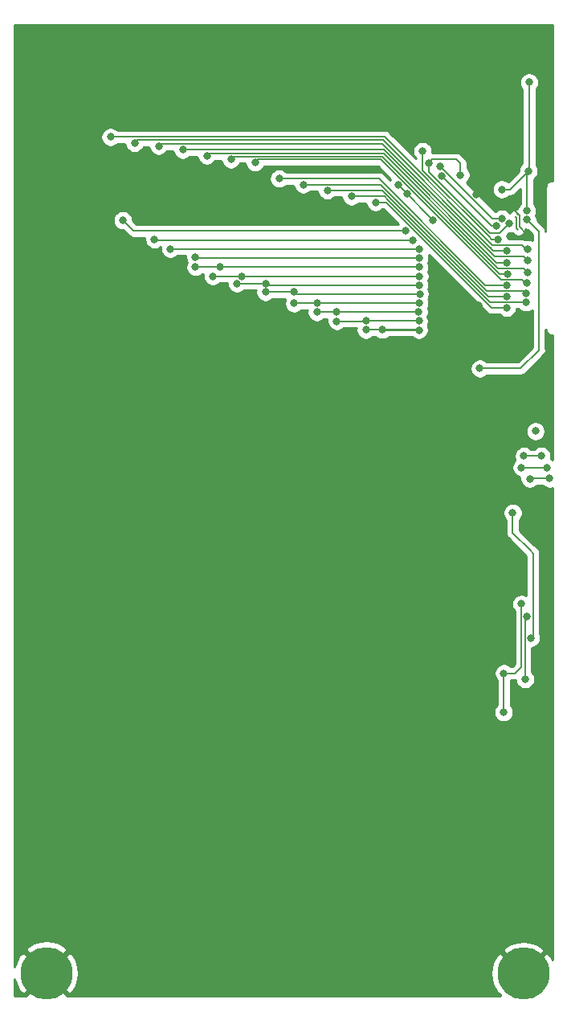
<source format=gbr>
G04 #@! TF.GenerationSoftware,KiCad,Pcbnew,(5.1.4)-1*
G04 #@! TF.CreationDate,2019-12-24T12:05:12+08:00*
G04 #@! TF.ProjectId,FH26W-45S-0.3SHW,46483236-572d-4343-9553-2d302e335348,rev?*
G04 #@! TF.SameCoordinates,Original*
G04 #@! TF.FileFunction,Copper,L1,Top*
G04 #@! TF.FilePolarity,Positive*
%FSLAX46Y46*%
G04 Gerber Fmt 4.6, Leading zero omitted, Abs format (unit mm)*
G04 Created by KiCad (PCBNEW (5.1.4)-1) date 2019-12-24 12:05:12*
%MOMM*%
%LPD*%
G04 APERTURE LIST*
%ADD10C,5.500000*%
%ADD11C,0.800000*%
%ADD12C,0.150000*%
%ADD13C,0.200000*%
%ADD14C,0.180000*%
%ADD15C,0.130000*%
%ADD16C,0.254000*%
G04 APERTURE END LIST*
D10*
X149270000Y-125950000D03*
X99000000Y-125900000D03*
D11*
X148160000Y-77420000D03*
X150089999Y-90600000D03*
X150560000Y-68820000D03*
X145090000Y-35710000D03*
X147240000Y-87430000D03*
X139670000Y-91480000D03*
X150270000Y-78530000D03*
X143550000Y-74310000D03*
X144350000Y-43860000D03*
X149660000Y-48100000D03*
X144610000Y-55600000D03*
X129650126Y-74592108D03*
X126150126Y-74592108D03*
X122590000Y-74590000D03*
X118650000Y-74600000D03*
X114650000Y-74600000D03*
X147230000Y-94320000D03*
X149070000Y-87030000D03*
X149340000Y-71420000D03*
X151165000Y-71420000D03*
X147210000Y-98420000D03*
X149800000Y-41420000D03*
X149668796Y-45620066D03*
X147010000Y-43350000D03*
X149890000Y-32080000D03*
X146630000Y-48654298D03*
X138664000Y-39326000D03*
X149469999Y-94940001D03*
X149675000Y-88320000D03*
X149090000Y-72650000D03*
X151770000Y-72670000D03*
X149680000Y-46550000D03*
X144680000Y-62220000D03*
X105760000Y-37840000D03*
X149731604Y-49670145D03*
X108300000Y-38465000D03*
X147540000Y-49844299D03*
X149700756Y-50839298D03*
X110840000Y-38775010D03*
X147540000Y-51059996D03*
X113380000Y-39184000D03*
X107060000Y-46610000D03*
X136886000Y-47708000D03*
X137648000Y-48694230D03*
X110390000Y-48620000D03*
X138323943Y-49643819D03*
X112060000Y-49620000D03*
X138318404Y-50593805D03*
X114710000Y-50480000D03*
X152050010Y-73810000D03*
X149950000Y-73840000D03*
X136105000Y-42908233D03*
X139784383Y-46587617D03*
X137002207Y-43805441D03*
X146470000Y-47210000D03*
X140647233Y-41946188D03*
X138320357Y-51543805D03*
X117290000Y-51520000D03*
X114720000Y-51530000D03*
X119635001Y-52504999D03*
X138336534Y-52493669D03*
X116550000Y-52500000D03*
X138310000Y-53430000D03*
X122100000Y-53250000D03*
X119090000Y-53258574D03*
X138363436Y-54378498D03*
X125110000Y-54160000D03*
X122100000Y-54180003D03*
X138311381Y-55327073D03*
X127540000Y-55360000D03*
X125120000Y-55360000D03*
X138250000Y-56260000D03*
X129620000Y-56220000D03*
X127518870Y-56289762D03*
X138275641Y-57222846D03*
X132692846Y-57222846D03*
X129620000Y-57230000D03*
X138269163Y-58172826D03*
X134410000Y-58122000D03*
X132689961Y-58152843D03*
X147819999Y-46915000D03*
X139295000Y-40596000D03*
X142650000Y-41830000D03*
X147012858Y-46453018D03*
X140530000Y-40938000D03*
X149740729Y-52079271D03*
X115920000Y-39804000D03*
X147580108Y-52249997D03*
X118460000Y-40200000D03*
X149674252Y-53212794D03*
X121000000Y-40510010D03*
X147570000Y-53439998D03*
X123540000Y-42215000D03*
X126080000Y-42840000D03*
X149581330Y-54330526D03*
X128620000Y-43465000D03*
X147574335Y-54629999D03*
X131160000Y-44090000D03*
X149550000Y-55260000D03*
X133700000Y-44715000D03*
X147530000Y-55820000D03*
D12*
X148589990Y-47425983D02*
X148754018Y-47590010D01*
X148589990Y-46379990D02*
X148589990Y-47425983D01*
X148480000Y-46140000D02*
X148480000Y-46270000D01*
X148480000Y-46270000D02*
X148589990Y-46379990D01*
X148160000Y-79560000D02*
X148160000Y-77420000D01*
D13*
X150089999Y-90600000D02*
X150290000Y-90399999D01*
X150305001Y-81705001D02*
X149950000Y-81350000D01*
X150305001Y-88622401D02*
X150305001Y-81705001D01*
X150290000Y-88637402D02*
X150305001Y-88622401D01*
X150290000Y-90399999D02*
X150290000Y-88637402D01*
D12*
X149950000Y-81350000D02*
X148160000Y-79560000D01*
X149660000Y-48100000D02*
X148870000Y-47310000D01*
X148870000Y-47310000D02*
X148870000Y-46110000D01*
X148870000Y-46134007D02*
X148870000Y-46264007D01*
X148620000Y-45884007D02*
X148870000Y-46134007D01*
X148620000Y-45860000D02*
X148620000Y-45884007D01*
X148620000Y-45860000D02*
X147790000Y-45030000D01*
X148870000Y-46110000D02*
X148620000Y-45860000D01*
X147230000Y-94320000D02*
X148420000Y-94320000D01*
X148420000Y-94320000D02*
X149070000Y-93670000D01*
X149070000Y-93670000D02*
X149070000Y-87030000D01*
X150190000Y-71420000D02*
X151470000Y-71420000D01*
X149340000Y-71420000D02*
X150190000Y-71420000D01*
D14*
X147230000Y-94320000D02*
X147230000Y-98400000D01*
X147230000Y-98400000D02*
X147210000Y-98420000D01*
D12*
X147870000Y-43350000D02*
X149800000Y-41420000D01*
X147010000Y-43350000D02*
X147870000Y-43350000D01*
X149668796Y-41551204D02*
X149800000Y-41420000D01*
X149668796Y-45620066D02*
X149668796Y-41551204D01*
D13*
X149890000Y-41330000D02*
X149800000Y-41420000D01*
X149890000Y-32080000D02*
X149890000Y-41330000D01*
X145960298Y-48654298D02*
X146630000Y-48654298D01*
X145636010Y-48330010D02*
X145960298Y-48654298D01*
X145631949Y-48330010D02*
X145636010Y-48330010D01*
X138664000Y-41362061D02*
X145631949Y-48330010D01*
X138664000Y-39326000D02*
X138664000Y-41362061D01*
D14*
X149469999Y-94940001D02*
X149469999Y-88735001D01*
X149469999Y-88735001D02*
X149885000Y-88320000D01*
D13*
X149469999Y-88735001D02*
X149469999Y-88525001D01*
X149469999Y-88525001D02*
X149675000Y-88320000D01*
D12*
X149110000Y-72670000D02*
X149090000Y-72650000D01*
X151770000Y-72670000D02*
X149110000Y-72670000D01*
X150079999Y-46949999D02*
X150930000Y-47800000D01*
X149680000Y-46550000D02*
X150079999Y-46949999D01*
D14*
X148990000Y-62220000D02*
X150930000Y-60280000D01*
X144680000Y-62220000D02*
X148990000Y-62220000D01*
D12*
X150930000Y-60280000D02*
X150930000Y-47800000D01*
D15*
X149129298Y-49249298D02*
X149680000Y-49800000D01*
X146266702Y-49249298D02*
X149129298Y-49249298D01*
D12*
X105760000Y-37840000D02*
X133622000Y-37840000D01*
D13*
X134340000Y-37840000D02*
X133622000Y-37840000D01*
X134638000Y-37840000D02*
X134340000Y-37840000D01*
X146047298Y-49249298D02*
X134638000Y-37840000D01*
X146266702Y-49249298D02*
X146047298Y-49249298D01*
D15*
X147540000Y-49844299D02*
X146896299Y-49844299D01*
D13*
X108300000Y-38448000D02*
X108602990Y-38145010D01*
X108602990Y-38145010D02*
X133419010Y-38145010D01*
X108300000Y-38465000D02*
X108300000Y-38448000D01*
X146388299Y-49844299D02*
X146896299Y-49844299D01*
X133419010Y-38145010D02*
X133444010Y-38170010D01*
X133444010Y-38170010D02*
X134501306Y-38170010D01*
D14*
X145542648Y-49211352D02*
X145542648Y-49252648D01*
D13*
X145542648Y-49211352D02*
X145910603Y-49579307D01*
D14*
X147540000Y-49844299D02*
X146134299Y-49844299D01*
X145288648Y-48998648D02*
X145288648Y-48957352D01*
X146134299Y-49844299D02*
X145288648Y-48998648D01*
D13*
X134501306Y-38170010D02*
X145288648Y-48957352D01*
X145288648Y-48957352D02*
X145542648Y-49211352D01*
D15*
X149300757Y-50439299D02*
X149700756Y-50839298D01*
X146729299Y-50439299D02*
X149300757Y-50439299D01*
D14*
X111051010Y-38564000D02*
X110840000Y-38775010D01*
X146729299Y-50439299D02*
X146290879Y-50439299D01*
X144829580Y-48978000D02*
X144829580Y-48950846D01*
X146290879Y-50439299D02*
X144829580Y-48978000D01*
X144829580Y-48950846D02*
X134442734Y-38564000D01*
X134442734Y-38564000D02*
X111051010Y-38564000D01*
D15*
X146488004Y-51059996D02*
X147540000Y-51059996D01*
D14*
X113522000Y-39326000D02*
X113380000Y-39184000D01*
X146473156Y-51059996D02*
X146488004Y-51059996D01*
X113380000Y-39184000D02*
X134597160Y-39184000D01*
X134597160Y-39184000D02*
X146473156Y-51059996D01*
D12*
X108190000Y-47740000D02*
X107060000Y-46610000D01*
X137108000Y-47740000D02*
X136854000Y-47740000D01*
X136664000Y-47740000D02*
X108190000Y-47740000D01*
X136854000Y-47740000D02*
X136664000Y-47740000D01*
X137730278Y-48694230D02*
X137724508Y-48700000D01*
X137724508Y-48700000D02*
X114670000Y-48700000D01*
X114670000Y-48700000D02*
X111900000Y-48700000D01*
X111260000Y-48700000D02*
X111240000Y-48680000D01*
X111320000Y-48700000D02*
X110470000Y-48700000D01*
X111320000Y-48700000D02*
X111260000Y-48700000D01*
X111900000Y-48700000D02*
X111320000Y-48700000D01*
X110470000Y-48700000D02*
X110390000Y-48620000D01*
X112083819Y-49643819D02*
X112060000Y-49620000D01*
X138323943Y-49643819D02*
X112083819Y-49643819D01*
X114823805Y-50593805D02*
X114710000Y-50480000D01*
X138318404Y-50593805D02*
X114823805Y-50593805D01*
X152050010Y-73810000D02*
X149980000Y-73810000D01*
X149980000Y-73810000D02*
X149950000Y-73840000D01*
D14*
X136105000Y-42908233D02*
X136504999Y-43308233D01*
X136504999Y-43308233D02*
X139784383Y-46587617D01*
D13*
X146470000Y-47210000D02*
X146040000Y-47210000D01*
X146040000Y-47210000D02*
X146030000Y-47200000D01*
X145901044Y-47200000D02*
X145330522Y-46629478D01*
X146030000Y-47200000D02*
X145901044Y-47200000D01*
X145330522Y-46629478D02*
X140647233Y-41946188D01*
D12*
X137754672Y-51543805D02*
X137750867Y-51540000D01*
X138320357Y-51543805D02*
X137754672Y-51543805D01*
X117310000Y-51540000D02*
X117290000Y-51520000D01*
X137750867Y-51540000D02*
X117310000Y-51540000D01*
D14*
X117290000Y-51520000D02*
X114730000Y-51520000D01*
X114730000Y-51520000D02*
X114720000Y-51530000D01*
D12*
X137770849Y-52493669D02*
X137754518Y-52510000D01*
X138336534Y-52493669D02*
X137770849Y-52493669D01*
X123364999Y-52504999D02*
X123370000Y-52510000D01*
X119635001Y-52504999D02*
X123364999Y-52504999D01*
X137754518Y-52510000D02*
X123370000Y-52510000D01*
X123370000Y-52510000D02*
X122940000Y-52510000D01*
D14*
X119630002Y-52500000D02*
X119635001Y-52504999D01*
X116550000Y-52500000D02*
X119630002Y-52500000D01*
D12*
X138310000Y-53430000D02*
X137744315Y-53430000D01*
X137744315Y-53430000D02*
X122280000Y-53430000D01*
X122280000Y-53430000D02*
X122100000Y-53250000D01*
D14*
X122091426Y-53258574D02*
X122100000Y-53250000D01*
X119090000Y-53258574D02*
X122091426Y-53258574D01*
D12*
X138363436Y-54378498D02*
X125328498Y-54378498D01*
X125328498Y-54378498D02*
X125110000Y-54160000D01*
D13*
X125089997Y-54180003D02*
X125110000Y-54160000D01*
X122100000Y-54180003D02*
X125089997Y-54180003D01*
D12*
X138311381Y-55327073D02*
X127572927Y-55327073D01*
X127572927Y-55327073D02*
X127540000Y-55360000D01*
D13*
X125120000Y-55360000D02*
X127540000Y-55360000D01*
D12*
X138250000Y-56260000D02*
X129660000Y-56260000D01*
X129660000Y-56260000D02*
X129620000Y-56220000D01*
D13*
X129550238Y-56289762D02*
X129620000Y-56220000D01*
X127518870Y-56289762D02*
X129550238Y-56289762D01*
D12*
X132817154Y-57222846D02*
X132800000Y-57240000D01*
X138275641Y-57222846D02*
X132817154Y-57222846D01*
X132817154Y-57222846D02*
X132692846Y-57222846D01*
D13*
X132685692Y-57230000D02*
X132692846Y-57222846D01*
X129620000Y-57230000D02*
X132685692Y-57230000D01*
D12*
X138269163Y-58172826D02*
X135517174Y-58172826D01*
X135517174Y-58172826D02*
X135500000Y-58190000D01*
D14*
X138269163Y-58172826D02*
X134380826Y-58172826D01*
X134380826Y-58172826D02*
X134330000Y-58122000D01*
X138218337Y-58122000D02*
X138269163Y-58172826D01*
X134410000Y-58122000D02*
X138218337Y-58122000D01*
D13*
X134379157Y-58152843D02*
X134410000Y-58122000D01*
X132689961Y-58152843D02*
X134379157Y-58152843D01*
D12*
X146734999Y-48000000D02*
X147819999Y-46915000D01*
D13*
X139295000Y-41526357D02*
X139295000Y-40596000D01*
X146734999Y-48000000D02*
X145768643Y-48000000D01*
X145768643Y-48000000D02*
X139295000Y-41526357D01*
D14*
X142650000Y-41830000D02*
X142650000Y-40620000D01*
X139694999Y-40196001D02*
X139295000Y-40596000D01*
X142226001Y-40196001D02*
X139694999Y-40196001D01*
X142650000Y-40620000D02*
X142226001Y-40196001D01*
D13*
X144082001Y-44490001D02*
X140530000Y-40938000D01*
X146045018Y-46453018D02*
X147012858Y-46453018D01*
X144082001Y-44490001D02*
X146045018Y-46453018D01*
D15*
X149316454Y-51654996D02*
X146834996Y-51654996D01*
X149740729Y-52079271D02*
X149316454Y-51654996D01*
D14*
X116144000Y-39580000D02*
X115920000Y-39804000D01*
X134554740Y-39580000D02*
X116144000Y-39580000D01*
X146629736Y-51654996D02*
X134554740Y-39580000D01*
X146834996Y-51654996D02*
X146629736Y-51654996D01*
D15*
X147580108Y-52249997D02*
X147076003Y-52249997D01*
D14*
X118769990Y-39890010D02*
X118460000Y-40200000D01*
X134402010Y-39890010D02*
X118769990Y-39890010D01*
X146761997Y-52249997D02*
X134402010Y-39890010D01*
X147076003Y-52249997D02*
X146761997Y-52249997D01*
D15*
X149674252Y-53212794D02*
X149472794Y-53212794D01*
X149472794Y-53212794D02*
X149104997Y-52844997D01*
X149104997Y-52844997D02*
X147102997Y-52844997D01*
D14*
X121309990Y-40200020D02*
X121000000Y-40510010D01*
X134273600Y-40200020D02*
X121309990Y-40200020D01*
X147102997Y-52844997D02*
X146918577Y-52844997D01*
X146918577Y-52844997D02*
X134273600Y-40200020D01*
D15*
X147570000Y-53439998D02*
X146577624Y-53439998D01*
D14*
X147570000Y-53439998D02*
X146935998Y-53439998D01*
D12*
X123540000Y-42215000D02*
X129933000Y-42215000D01*
D14*
X146681998Y-53439998D02*
X147570000Y-53439998D01*
X145289280Y-53439998D02*
X146681998Y-53439998D01*
X134064282Y-42215000D02*
X145289280Y-53439998D01*
X129933000Y-42215000D02*
X134064282Y-42215000D01*
D15*
X148335398Y-54024598D02*
X149275402Y-54024598D01*
X148324998Y-54034998D02*
X148335398Y-54024598D01*
X149581330Y-54330526D02*
X149275402Y-54024598D01*
D14*
X147022998Y-54034998D02*
X145953860Y-54034998D01*
D12*
X126080000Y-42840000D02*
X127700000Y-42840000D01*
D14*
X133542000Y-42840000D02*
X127700000Y-42840000D01*
X145445860Y-54034998D02*
X147276998Y-54034998D01*
X134250862Y-42840000D02*
X145445860Y-54034998D01*
X133542000Y-42840000D02*
X134250862Y-42840000D01*
D15*
X147022998Y-54034998D02*
X147276998Y-54034998D01*
X147276998Y-54034998D02*
X148324998Y-54034998D01*
D12*
X128620000Y-43465000D02*
X131223000Y-43465000D01*
D14*
X146601999Y-54629999D02*
X147574335Y-54629999D01*
X145602441Y-54629999D02*
X146601999Y-54629999D01*
X134437442Y-43465000D02*
X145602441Y-54629999D01*
X131223000Y-43465000D02*
X134437442Y-43465000D01*
D15*
X147124999Y-55224999D02*
X147244399Y-55224999D01*
X147244399Y-55224999D02*
X147805001Y-55224999D01*
X147805001Y-55224999D02*
X148115001Y-55224999D01*
X148814999Y-55224999D02*
X147805001Y-55224999D01*
X148889314Y-55224999D02*
X148814999Y-55224999D01*
X149514999Y-55224999D02*
X149550000Y-55260000D01*
X149025001Y-55224999D02*
X149514999Y-55224999D01*
X149025001Y-55224999D02*
X149134999Y-55224999D01*
X148814999Y-55224999D02*
X149025001Y-55224999D01*
D12*
X131160000Y-44090000D02*
X133268000Y-44090000D01*
D14*
X147124999Y-55224999D02*
X146641001Y-55224999D01*
X133268000Y-44090000D02*
X134284000Y-44090000D01*
X145759021Y-55224999D02*
X146641001Y-55224999D01*
X135278011Y-44743989D02*
X145759021Y-55224999D01*
X134624022Y-44090000D02*
X135024011Y-44489989D01*
X133900000Y-44090000D02*
X134624022Y-44090000D01*
X135024011Y-44489989D02*
X134939013Y-44404991D01*
X135278011Y-44743989D02*
X135024011Y-44489989D01*
D12*
X133900000Y-44090000D02*
X134408000Y-44090000D01*
X133268000Y-44090000D02*
X133900000Y-44090000D01*
X133700000Y-44715000D02*
X134545000Y-44715000D01*
D14*
X145915602Y-55820000D02*
X146554000Y-55820000D01*
X134810602Y-44715000D02*
X145915602Y-55820000D01*
X134545000Y-44715000D02*
X134810602Y-44715000D01*
X146554000Y-55820000D02*
X147530000Y-55820000D01*
D16*
G36*
X152340001Y-42415615D02*
G01*
X152216357Y-42435045D01*
X152170617Y-42439550D01*
X152121185Y-42454545D01*
X152071212Y-42467521D01*
X152059093Y-42473381D01*
X152046207Y-42477290D01*
X152000644Y-42501644D01*
X151954168Y-42524117D01*
X151943430Y-42532225D01*
X151931550Y-42538575D01*
X151891614Y-42571350D01*
X151850415Y-42602458D01*
X151841462Y-42612509D01*
X151831052Y-42621052D01*
X151798282Y-42660982D01*
X151763939Y-42699536D01*
X151757118Y-42711141D01*
X151748575Y-42721551D01*
X151724229Y-42767100D01*
X151698063Y-42811619D01*
X151693636Y-42824335D01*
X151687290Y-42836208D01*
X151672296Y-42885636D01*
X151655320Y-42934400D01*
X151653460Y-42947729D01*
X151649550Y-42960618D01*
X151644486Y-43012030D01*
X151637351Y-43063160D01*
X151640000Y-43109027D01*
X151640000Y-47765123D01*
X151638043Y-47745253D01*
X151629727Y-47660816D01*
X151589128Y-47526980D01*
X151523200Y-47403637D01*
X151434475Y-47295525D01*
X151407384Y-47273292D01*
X150715000Y-46580909D01*
X150715000Y-46448061D01*
X150675226Y-46248102D01*
X150602078Y-46071509D01*
X150664022Y-45921964D01*
X150703796Y-45722005D01*
X150703796Y-45518127D01*
X150664022Y-45318168D01*
X150586001Y-45129810D01*
X150472733Y-44960292D01*
X150378796Y-44866355D01*
X150378796Y-42278045D01*
X150459774Y-42223937D01*
X150603937Y-42079774D01*
X150717205Y-41910256D01*
X150795226Y-41721898D01*
X150835000Y-41521939D01*
X150835000Y-41318061D01*
X150795226Y-41118102D01*
X150717205Y-40929744D01*
X150625000Y-40791749D01*
X150625000Y-32808711D01*
X150693937Y-32739774D01*
X150807205Y-32570256D01*
X150885226Y-32381898D01*
X150925000Y-32181939D01*
X150925000Y-31978061D01*
X150885226Y-31778102D01*
X150807205Y-31589744D01*
X150693937Y-31420226D01*
X150549774Y-31276063D01*
X150380256Y-31162795D01*
X150191898Y-31084774D01*
X149991939Y-31045000D01*
X149788061Y-31045000D01*
X149588102Y-31084774D01*
X149399744Y-31162795D01*
X149230226Y-31276063D01*
X149086063Y-31420226D01*
X148972795Y-31589744D01*
X148894774Y-31778102D01*
X148855000Y-31978061D01*
X148855000Y-32181939D01*
X148894774Y-32381898D01*
X148972795Y-32570256D01*
X149086063Y-32739774D01*
X149155000Y-32808711D01*
X149155001Y-40606191D01*
X149140226Y-40616063D01*
X148996063Y-40760226D01*
X148882795Y-40929744D01*
X148804774Y-41118102D01*
X148765000Y-41318061D01*
X148765000Y-41450908D01*
X147669810Y-42546099D01*
X147669774Y-42546063D01*
X147500256Y-42432795D01*
X147311898Y-42354774D01*
X147111939Y-42315000D01*
X146908061Y-42315000D01*
X146708102Y-42354774D01*
X146519744Y-42432795D01*
X146350226Y-42546063D01*
X146206063Y-42690226D01*
X146092795Y-42859744D01*
X146014774Y-43048102D01*
X145975000Y-43248061D01*
X145975000Y-43451939D01*
X146014774Y-43651898D01*
X146092795Y-43840256D01*
X146206063Y-44009774D01*
X146350226Y-44153937D01*
X146519744Y-44267205D01*
X146708102Y-44345226D01*
X146908061Y-44385000D01*
X147111939Y-44385000D01*
X147311898Y-44345226D01*
X147500256Y-44267205D01*
X147669774Y-44153937D01*
X147763711Y-44060000D01*
X147835125Y-44060000D01*
X147870000Y-44063435D01*
X147904875Y-44060000D01*
X147904877Y-44060000D01*
X148009184Y-44049727D01*
X148143020Y-44009128D01*
X148266363Y-43943200D01*
X148374475Y-43854475D01*
X148396712Y-43827379D01*
X148958797Y-43265295D01*
X148958796Y-44866355D01*
X148864859Y-44960292D01*
X148751591Y-45129810D01*
X148673570Y-45318168D01*
X148647569Y-45448884D01*
X148619183Y-45440273D01*
X148480000Y-45426565D01*
X148340816Y-45440273D01*
X148206980Y-45480872D01*
X148083637Y-45546800D01*
X147975525Y-45635526D01*
X147886800Y-45743638D01*
X147840957Y-45829405D01*
X147816795Y-45793244D01*
X147672632Y-45649081D01*
X147503114Y-45535813D01*
X147314756Y-45457792D01*
X147114797Y-45418018D01*
X146910919Y-45418018D01*
X146710960Y-45457792D01*
X146522602Y-45535813D01*
X146353084Y-45649081D01*
X146316806Y-45685359D01*
X144627258Y-43995812D01*
X144627254Y-43995807D01*
X143283164Y-42651717D01*
X143309774Y-42633937D01*
X143453937Y-42489774D01*
X143567205Y-42320256D01*
X143645226Y-42131898D01*
X143685000Y-41931939D01*
X143685000Y-41728061D01*
X143645226Y-41528102D01*
X143567205Y-41339744D01*
X143453937Y-41170226D01*
X143375000Y-41091289D01*
X143375000Y-40655596D01*
X143378506Y-40619999D01*
X143375000Y-40584402D01*
X143375000Y-40584393D01*
X143364509Y-40477875D01*
X143323053Y-40341212D01*
X143255731Y-40215263D01*
X143165132Y-40104868D01*
X143137472Y-40082168D01*
X142763833Y-39708529D01*
X142741133Y-39680869D01*
X142630738Y-39590270D01*
X142504789Y-39522948D01*
X142368126Y-39481492D01*
X142261608Y-39471001D01*
X142261598Y-39471001D01*
X142226001Y-39467495D01*
X142190404Y-39471001D01*
X139730595Y-39471001D01*
X139694998Y-39467495D01*
X139691055Y-39467883D01*
X139699000Y-39427939D01*
X139699000Y-39224061D01*
X139659226Y-39024102D01*
X139581205Y-38835744D01*
X139467937Y-38666226D01*
X139323774Y-38522063D01*
X139154256Y-38408795D01*
X138965898Y-38330774D01*
X138765939Y-38291000D01*
X138562061Y-38291000D01*
X138362102Y-38330774D01*
X138173744Y-38408795D01*
X138004226Y-38522063D01*
X137860063Y-38666226D01*
X137746795Y-38835744D01*
X137668774Y-39024102D01*
X137629000Y-39224061D01*
X137629000Y-39427939D01*
X137668774Y-39627898D01*
X137746795Y-39816256D01*
X137860063Y-39985774D01*
X137929000Y-40054711D01*
X137929000Y-40091554D01*
X135183259Y-37345813D01*
X135160238Y-37317762D01*
X135048320Y-37225913D01*
X134920633Y-37157663D01*
X134782085Y-37115635D01*
X134674105Y-37105000D01*
X134638000Y-37101444D01*
X134601895Y-37105000D01*
X133585895Y-37105000D01*
X133477915Y-37115635D01*
X133430560Y-37130000D01*
X106513711Y-37130000D01*
X106419774Y-37036063D01*
X106250256Y-36922795D01*
X106061898Y-36844774D01*
X105861939Y-36805000D01*
X105658061Y-36805000D01*
X105458102Y-36844774D01*
X105269744Y-36922795D01*
X105100226Y-37036063D01*
X104956063Y-37180226D01*
X104842795Y-37349744D01*
X104764774Y-37538102D01*
X104725000Y-37738061D01*
X104725000Y-37941939D01*
X104764774Y-38141898D01*
X104842795Y-38330256D01*
X104956063Y-38499774D01*
X105100226Y-38643937D01*
X105269744Y-38757205D01*
X105458102Y-38835226D01*
X105658061Y-38875000D01*
X105861939Y-38875000D01*
X106061898Y-38835226D01*
X106250256Y-38757205D01*
X106419774Y-38643937D01*
X106513711Y-38550000D01*
X107265000Y-38550000D01*
X107265000Y-38566939D01*
X107304774Y-38766898D01*
X107382795Y-38955256D01*
X107496063Y-39124774D01*
X107640226Y-39268937D01*
X107809744Y-39382205D01*
X107998102Y-39460226D01*
X108198061Y-39500000D01*
X108401939Y-39500000D01*
X108601898Y-39460226D01*
X108790256Y-39382205D01*
X108959774Y-39268937D01*
X109103937Y-39124774D01*
X109217205Y-38955256D01*
X109248373Y-38880010D01*
X109805609Y-38880010D01*
X109844774Y-39076908D01*
X109922795Y-39265266D01*
X110036063Y-39434784D01*
X110180226Y-39578947D01*
X110349744Y-39692215D01*
X110538102Y-39770236D01*
X110738061Y-39810010D01*
X110941939Y-39810010D01*
X111141898Y-39770236D01*
X111330256Y-39692215D01*
X111499774Y-39578947D01*
X111643937Y-39434784D01*
X111741346Y-39289000D01*
X112345609Y-39289000D01*
X112384774Y-39485898D01*
X112462795Y-39674256D01*
X112576063Y-39843774D01*
X112720226Y-39987937D01*
X112889744Y-40101205D01*
X113078102Y-40179226D01*
X113278061Y-40219000D01*
X113481939Y-40219000D01*
X113681898Y-40179226D01*
X113870256Y-40101205D01*
X114039774Y-39987937D01*
X114118711Y-39909000D01*
X114885609Y-39909000D01*
X114924774Y-40105898D01*
X115002795Y-40294256D01*
X115116063Y-40463774D01*
X115260226Y-40607937D01*
X115429744Y-40721205D01*
X115618102Y-40799226D01*
X115818061Y-40839000D01*
X116021939Y-40839000D01*
X116221898Y-40799226D01*
X116410256Y-40721205D01*
X116579774Y-40607937D01*
X116723937Y-40463774D01*
X116830026Y-40305000D01*
X117425609Y-40305000D01*
X117464774Y-40501898D01*
X117542795Y-40690256D01*
X117656063Y-40859774D01*
X117800226Y-41003937D01*
X117969744Y-41117205D01*
X118158102Y-41195226D01*
X118358061Y-41235000D01*
X118561939Y-41235000D01*
X118761898Y-41195226D01*
X118950256Y-41117205D01*
X119119774Y-41003937D01*
X119263937Y-40859774D01*
X119377205Y-40690256D01*
X119408373Y-40615010D01*
X119965609Y-40615010D01*
X120004774Y-40811908D01*
X120082795Y-41000266D01*
X120196063Y-41169784D01*
X120340226Y-41313947D01*
X120509744Y-41427215D01*
X120698102Y-41505236D01*
X120898061Y-41545010D01*
X121101939Y-41545010D01*
X121301898Y-41505236D01*
X121490256Y-41427215D01*
X121659774Y-41313947D01*
X121803937Y-41169784D01*
X121917205Y-41000266D01*
X121948373Y-40925020D01*
X133973296Y-40925020D01*
X135299329Y-42251054D01*
X135229759Y-42355173D01*
X134602114Y-41727528D01*
X134579414Y-41699868D01*
X134469019Y-41609269D01*
X134343070Y-41541947D01*
X134206407Y-41500491D01*
X134099889Y-41490000D01*
X134099879Y-41490000D01*
X134064282Y-41486494D01*
X134028685Y-41490000D01*
X129897393Y-41490000D01*
X129790875Y-41500491D01*
X129776011Y-41505000D01*
X124293711Y-41505000D01*
X124199774Y-41411063D01*
X124030256Y-41297795D01*
X123841898Y-41219774D01*
X123641939Y-41180000D01*
X123438061Y-41180000D01*
X123238102Y-41219774D01*
X123049744Y-41297795D01*
X122880226Y-41411063D01*
X122736063Y-41555226D01*
X122622795Y-41724744D01*
X122544774Y-41913102D01*
X122505000Y-42113061D01*
X122505000Y-42316939D01*
X122544774Y-42516898D01*
X122622795Y-42705256D01*
X122736063Y-42874774D01*
X122880226Y-43018937D01*
X123049744Y-43132205D01*
X123238102Y-43210226D01*
X123438061Y-43250000D01*
X123641939Y-43250000D01*
X123841898Y-43210226D01*
X124030256Y-43132205D01*
X124199774Y-43018937D01*
X124293711Y-42925000D01*
X125045000Y-42925000D01*
X125045000Y-42941939D01*
X125084774Y-43141898D01*
X125162795Y-43330256D01*
X125276063Y-43499774D01*
X125420226Y-43643937D01*
X125589744Y-43757205D01*
X125778102Y-43835226D01*
X125978061Y-43875000D01*
X126181939Y-43875000D01*
X126381898Y-43835226D01*
X126570256Y-43757205D01*
X126739774Y-43643937D01*
X126833711Y-43550000D01*
X127543011Y-43550000D01*
X127557875Y-43554509D01*
X127585000Y-43557181D01*
X127585000Y-43566939D01*
X127624774Y-43766898D01*
X127702795Y-43955256D01*
X127816063Y-44124774D01*
X127960226Y-44268937D01*
X128129744Y-44382205D01*
X128318102Y-44460226D01*
X128518061Y-44500000D01*
X128721939Y-44500000D01*
X128921898Y-44460226D01*
X129110256Y-44382205D01*
X129279774Y-44268937D01*
X129373711Y-44175000D01*
X130125000Y-44175000D01*
X130125000Y-44191939D01*
X130164774Y-44391898D01*
X130242795Y-44580256D01*
X130356063Y-44749774D01*
X130500226Y-44893937D01*
X130669744Y-45007205D01*
X130858102Y-45085226D01*
X131058061Y-45125000D01*
X131261939Y-45125000D01*
X131461898Y-45085226D01*
X131650256Y-45007205D01*
X131819774Y-44893937D01*
X131913711Y-44800000D01*
X132665000Y-44800000D01*
X132665000Y-44816939D01*
X132704774Y-45016898D01*
X132782795Y-45205256D01*
X132896063Y-45374774D01*
X133040226Y-45518937D01*
X133209744Y-45632205D01*
X133398102Y-45710226D01*
X133598061Y-45750000D01*
X133801939Y-45750000D01*
X134001898Y-45710226D01*
X134190256Y-45632205D01*
X134359774Y-45518937D01*
X134445048Y-45433663D01*
X134509393Y-45440000D01*
X134510298Y-45440000D01*
X136100293Y-47029996D01*
X136100289Y-47030000D01*
X108484092Y-47030000D01*
X108095000Y-46640909D01*
X108095000Y-46508061D01*
X108055226Y-46308102D01*
X107977205Y-46119744D01*
X107863937Y-45950226D01*
X107719774Y-45806063D01*
X107550256Y-45692795D01*
X107361898Y-45614774D01*
X107161939Y-45575000D01*
X106958061Y-45575000D01*
X106758102Y-45614774D01*
X106569744Y-45692795D01*
X106400226Y-45806063D01*
X106256063Y-45950226D01*
X106142795Y-46119744D01*
X106064774Y-46308102D01*
X106025000Y-46508061D01*
X106025000Y-46711939D01*
X106064774Y-46911898D01*
X106142795Y-47100256D01*
X106256063Y-47269774D01*
X106400226Y-47413937D01*
X106569744Y-47527205D01*
X106758102Y-47605226D01*
X106958061Y-47645000D01*
X107090909Y-47645000D01*
X107663292Y-48217384D01*
X107685525Y-48244475D01*
X107793637Y-48333200D01*
X107916980Y-48399128D01*
X108050816Y-48439727D01*
X108155123Y-48450000D01*
X108155124Y-48450000D01*
X108189999Y-48453435D01*
X108224874Y-48450000D01*
X109368538Y-48450000D01*
X109355000Y-48518061D01*
X109355000Y-48721939D01*
X109394774Y-48921898D01*
X109472795Y-49110256D01*
X109586063Y-49279774D01*
X109730226Y-49423937D01*
X109899744Y-49537205D01*
X110088102Y-49615226D01*
X110288061Y-49655000D01*
X110491939Y-49655000D01*
X110691898Y-49615226D01*
X110880256Y-49537205D01*
X111042795Y-49428600D01*
X111025000Y-49518061D01*
X111025000Y-49721939D01*
X111064774Y-49921898D01*
X111142795Y-50110256D01*
X111256063Y-50279774D01*
X111400226Y-50423937D01*
X111569744Y-50537205D01*
X111758102Y-50615226D01*
X111958061Y-50655000D01*
X112161939Y-50655000D01*
X112361898Y-50615226D01*
X112550256Y-50537205D01*
X112719774Y-50423937D01*
X112789892Y-50353819D01*
X113679822Y-50353819D01*
X113675000Y-50378061D01*
X113675000Y-50581939D01*
X113714774Y-50781898D01*
X113792795Y-50970256D01*
X113821010Y-51012483D01*
X113802795Y-51039744D01*
X113724774Y-51228102D01*
X113685000Y-51428061D01*
X113685000Y-51631939D01*
X113724774Y-51831898D01*
X113802795Y-52020256D01*
X113916063Y-52189774D01*
X114060226Y-52333937D01*
X114229744Y-52447205D01*
X114418102Y-52525226D01*
X114618061Y-52565000D01*
X114821939Y-52565000D01*
X115021898Y-52525226D01*
X115210256Y-52447205D01*
X115379774Y-52333937D01*
X115468711Y-52245000D01*
X115545445Y-52245000D01*
X115515000Y-52398061D01*
X115515000Y-52601939D01*
X115554774Y-52801898D01*
X115632795Y-52990256D01*
X115746063Y-53159774D01*
X115890226Y-53303937D01*
X116059744Y-53417205D01*
X116248102Y-53495226D01*
X116448061Y-53535000D01*
X116651939Y-53535000D01*
X116851898Y-53495226D01*
X117040256Y-53417205D01*
X117209774Y-53303937D01*
X117288711Y-53225000D01*
X118055000Y-53225000D01*
X118055000Y-53360513D01*
X118094774Y-53560472D01*
X118172795Y-53748830D01*
X118286063Y-53918348D01*
X118430226Y-54062511D01*
X118599744Y-54175779D01*
X118788102Y-54253800D01*
X118988061Y-54293574D01*
X119191939Y-54293574D01*
X119391898Y-54253800D01*
X119580256Y-54175779D01*
X119749774Y-54062511D01*
X119828711Y-53983574D01*
X121083795Y-53983574D01*
X121065000Y-54078064D01*
X121065000Y-54281942D01*
X121104774Y-54481901D01*
X121182795Y-54670259D01*
X121296063Y-54839777D01*
X121440226Y-54983940D01*
X121609744Y-55097208D01*
X121798102Y-55175229D01*
X121998061Y-55215003D01*
X122201939Y-55215003D01*
X122401898Y-55175229D01*
X122590256Y-55097208D01*
X122759774Y-54983940D01*
X122828711Y-54915003D01*
X124184048Y-54915003D01*
X124124774Y-55058102D01*
X124085000Y-55258061D01*
X124085000Y-55461939D01*
X124124774Y-55661898D01*
X124202795Y-55850256D01*
X124316063Y-56019774D01*
X124460226Y-56163937D01*
X124629744Y-56277205D01*
X124818102Y-56355226D01*
X125018061Y-56395000D01*
X125221939Y-56395000D01*
X125421898Y-56355226D01*
X125610256Y-56277205D01*
X125779774Y-56163937D01*
X125848711Y-56095000D01*
X126502333Y-56095000D01*
X126483870Y-56187823D01*
X126483870Y-56391701D01*
X126523644Y-56591660D01*
X126601665Y-56780018D01*
X126714933Y-56949536D01*
X126859096Y-57093699D01*
X127028614Y-57206967D01*
X127216972Y-57284988D01*
X127416931Y-57324762D01*
X127620809Y-57324762D01*
X127820768Y-57284988D01*
X128009126Y-57206967D01*
X128178644Y-57093699D01*
X128247581Y-57024762D01*
X128605547Y-57024762D01*
X128585000Y-57128061D01*
X128585000Y-57331939D01*
X128624774Y-57531898D01*
X128702795Y-57720256D01*
X128816063Y-57889774D01*
X128960226Y-58033937D01*
X129129744Y-58147205D01*
X129318102Y-58225226D01*
X129518061Y-58265000D01*
X129721939Y-58265000D01*
X129921898Y-58225226D01*
X130110256Y-58147205D01*
X130279774Y-58033937D01*
X130348711Y-57965000D01*
X131672048Y-57965000D01*
X131654961Y-58050904D01*
X131654961Y-58254782D01*
X131694735Y-58454741D01*
X131772756Y-58643099D01*
X131886024Y-58812617D01*
X132030187Y-58956780D01*
X132199705Y-59070048D01*
X132388063Y-59148069D01*
X132588022Y-59187843D01*
X132791900Y-59187843D01*
X132991859Y-59148069D01*
X133180217Y-59070048D01*
X133349735Y-58956780D01*
X133418672Y-58887843D01*
X133712132Y-58887843D01*
X133750226Y-58925937D01*
X133919744Y-59039205D01*
X134108102Y-59117226D01*
X134308061Y-59157000D01*
X134511939Y-59157000D01*
X134711898Y-59117226D01*
X134900256Y-59039205D01*
X135069774Y-58925937D01*
X135097885Y-58897826D01*
X135443053Y-58897826D01*
X135500000Y-58903435D01*
X135556947Y-58897826D01*
X137530452Y-58897826D01*
X137609389Y-58976763D01*
X137778907Y-59090031D01*
X137967265Y-59168052D01*
X138167224Y-59207826D01*
X138371102Y-59207826D01*
X138571061Y-59168052D01*
X138759419Y-59090031D01*
X138928937Y-58976763D01*
X139073100Y-58832600D01*
X139186368Y-58663082D01*
X139264389Y-58474724D01*
X139304163Y-58274765D01*
X139304163Y-58070887D01*
X139264389Y-57870928D01*
X139195930Y-57705656D01*
X139270867Y-57524744D01*
X139310641Y-57324785D01*
X139310641Y-57120907D01*
X139270867Y-56920948D01*
X139192846Y-56732590D01*
X139181535Y-56715661D01*
X139245226Y-56561898D01*
X139285000Y-56361939D01*
X139285000Y-56158061D01*
X139245226Y-55958102D01*
X139202862Y-55855827D01*
X139228586Y-55817329D01*
X139306607Y-55628971D01*
X139346381Y-55429012D01*
X139346381Y-55225134D01*
X139306607Y-55025175D01*
X139256673Y-54904625D01*
X139280641Y-54868754D01*
X139358662Y-54680396D01*
X139398436Y-54480437D01*
X139398436Y-54276559D01*
X139358662Y-54076600D01*
X139280641Y-53888242D01*
X139255840Y-53851125D01*
X139305226Y-53731898D01*
X139345000Y-53531939D01*
X139345000Y-53328061D01*
X139305226Y-53128102D01*
X139248656Y-52991532D01*
X139253739Y-52983925D01*
X139331760Y-52795567D01*
X139371534Y-52595608D01*
X139371534Y-52391730D01*
X139331760Y-52191771D01*
X139253739Y-52003413D01*
X139251589Y-52000196D01*
X139315583Y-51845703D01*
X139355357Y-51645744D01*
X139355357Y-51441866D01*
X139315583Y-51241907D01*
X139242905Y-51066448D01*
X139313630Y-50895703D01*
X139353404Y-50695744D01*
X139353404Y-50491866D01*
X139313630Y-50291907D01*
X139279282Y-50208985D01*
X145377774Y-56307477D01*
X145400470Y-56335132D01*
X145428125Y-56357828D01*
X145428127Y-56357830D01*
X145502552Y-56418909D01*
X145510865Y-56425731D01*
X145636814Y-56493053D01*
X145773477Y-56534509D01*
X145879995Y-56545000D01*
X145880002Y-56545000D01*
X145915602Y-56548506D01*
X145951202Y-56545000D01*
X146791289Y-56545000D01*
X146870226Y-56623937D01*
X147039744Y-56737205D01*
X147228102Y-56815226D01*
X147428061Y-56855000D01*
X147631939Y-56855000D01*
X147831898Y-56815226D01*
X148020256Y-56737205D01*
X148189774Y-56623937D01*
X148333937Y-56479774D01*
X148447205Y-56310256D01*
X148525226Y-56121898D01*
X148564391Y-55924999D01*
X148751288Y-55924999D01*
X148890226Y-56063937D01*
X149059744Y-56177205D01*
X149248102Y-56255226D01*
X149448061Y-56295000D01*
X149651939Y-56295000D01*
X149851898Y-56255226D01*
X150040256Y-56177205D01*
X150209774Y-56063937D01*
X150220000Y-56053711D01*
X150220000Y-59964695D01*
X148689696Y-61495000D01*
X145418711Y-61495000D01*
X145339774Y-61416063D01*
X145170256Y-61302795D01*
X144981898Y-61224774D01*
X144781939Y-61185000D01*
X144578061Y-61185000D01*
X144378102Y-61224774D01*
X144189744Y-61302795D01*
X144020226Y-61416063D01*
X143876063Y-61560226D01*
X143762795Y-61729744D01*
X143684774Y-61918102D01*
X143645000Y-62118061D01*
X143645000Y-62321939D01*
X143684774Y-62521898D01*
X143762795Y-62710256D01*
X143876063Y-62879774D01*
X144020226Y-63023937D01*
X144189744Y-63137205D01*
X144378102Y-63215226D01*
X144578061Y-63255000D01*
X144781939Y-63255000D01*
X144981898Y-63215226D01*
X145170256Y-63137205D01*
X145339774Y-63023937D01*
X145418711Y-62945000D01*
X148954403Y-62945000D01*
X148990000Y-62948506D01*
X149025597Y-62945000D01*
X149025607Y-62945000D01*
X149132125Y-62934509D01*
X149268788Y-62893053D01*
X149394737Y-62825731D01*
X149505132Y-62735132D01*
X149527832Y-62707472D01*
X151467830Y-60767475D01*
X151535731Y-60684737D01*
X151603053Y-60558788D01*
X151644508Y-60422125D01*
X151658506Y-60280001D01*
X151644508Y-60137876D01*
X151640000Y-60123015D01*
X151640000Y-58092066D01*
X151640001Y-58092077D01*
X151640001Y-58092419D01*
X151643125Y-58124137D01*
X151649416Y-58188702D01*
X151649517Y-58189035D01*
X151649551Y-58189383D01*
X151668265Y-58251072D01*
X151687025Y-58313151D01*
X151687190Y-58313461D01*
X151687291Y-58313793D01*
X151717720Y-58370723D01*
X151748191Y-58427873D01*
X151748412Y-58428142D01*
X151748576Y-58428450D01*
X151789491Y-58478304D01*
X151830562Y-58528457D01*
X151830833Y-58528680D01*
X151831053Y-58528948D01*
X151881202Y-58570105D01*
X151930974Y-58611038D01*
X151931278Y-58611201D01*
X151931551Y-58611425D01*
X151988798Y-58642024D01*
X152045566Y-58672444D01*
X152045901Y-58672546D01*
X152046208Y-58672710D01*
X152108108Y-58691487D01*
X152138774Y-58700825D01*
X152139112Y-58700893D01*
X152170618Y-58710450D01*
X152202696Y-58713609D01*
X152340000Y-58741070D01*
X152340000Y-71806078D01*
X152260256Y-71752795D01*
X152162162Y-71712163D01*
X152200000Y-71521939D01*
X152200000Y-71318061D01*
X152160226Y-71118102D01*
X152082205Y-70929744D01*
X151968937Y-70760226D01*
X151824774Y-70616063D01*
X151655256Y-70502795D01*
X151466898Y-70424774D01*
X151266939Y-70385000D01*
X151063061Y-70385000D01*
X150863102Y-70424774D01*
X150674744Y-70502795D01*
X150505226Y-70616063D01*
X150411289Y-70710000D01*
X150093711Y-70710000D01*
X149999774Y-70616063D01*
X149830256Y-70502795D01*
X149641898Y-70424774D01*
X149441939Y-70385000D01*
X149238061Y-70385000D01*
X149038102Y-70424774D01*
X148849744Y-70502795D01*
X148680226Y-70616063D01*
X148536063Y-70760226D01*
X148422795Y-70929744D01*
X148344774Y-71118102D01*
X148305000Y-71318061D01*
X148305000Y-71521939D01*
X148344774Y-71721898D01*
X148406170Y-71870119D01*
X148286063Y-71990226D01*
X148172795Y-72159744D01*
X148094774Y-72348102D01*
X148055000Y-72548061D01*
X148055000Y-72751939D01*
X148094774Y-72951898D01*
X148172795Y-73140256D01*
X148286063Y-73309774D01*
X148430226Y-73453937D01*
X148599744Y-73567205D01*
X148788102Y-73645226D01*
X148927933Y-73673040D01*
X148915000Y-73738061D01*
X148915000Y-73941939D01*
X148954774Y-74141898D01*
X149032795Y-74330256D01*
X149146063Y-74499774D01*
X149290226Y-74643937D01*
X149459744Y-74757205D01*
X149648102Y-74835226D01*
X149848061Y-74875000D01*
X150051939Y-74875000D01*
X150251898Y-74835226D01*
X150440256Y-74757205D01*
X150609774Y-74643937D01*
X150733711Y-74520000D01*
X151296299Y-74520000D01*
X151390236Y-74613937D01*
X151559754Y-74727205D01*
X151748112Y-74805226D01*
X151948071Y-74845000D01*
X152151949Y-74845000D01*
X152340000Y-74807595D01*
X152340001Y-124513502D01*
X152101772Y-124065738D01*
X152094503Y-124054859D01*
X151650928Y-123748677D01*
X149449605Y-125950000D01*
X149463748Y-125964143D01*
X149284143Y-126143748D01*
X149270000Y-126129605D01*
X149255858Y-126143748D01*
X149076253Y-125964143D01*
X149090395Y-125950000D01*
X146889072Y-123748677D01*
X146445497Y-124054859D01*
X146130046Y-124642306D01*
X145935260Y-125280008D01*
X145868628Y-125943457D01*
X145932708Y-126607158D01*
X146125038Y-127245605D01*
X146438228Y-127834262D01*
X146445497Y-127845141D01*
X146889070Y-128151322D01*
X146775493Y-128264899D01*
X146850594Y-128340000D01*
X101160548Y-128340000D01*
X101201323Y-128280928D01*
X99000000Y-126079605D01*
X96798677Y-128280928D01*
X96839452Y-128340000D01*
X95660000Y-128340000D01*
X95660000Y-126529110D01*
X95662708Y-126557158D01*
X95855038Y-127195605D01*
X96168228Y-127784262D01*
X96175497Y-127795141D01*
X96619072Y-128101323D01*
X98820395Y-125900000D01*
X99179605Y-125900000D01*
X101380928Y-128101323D01*
X101824503Y-127795141D01*
X102139954Y-127207694D01*
X102334740Y-126569992D01*
X102401372Y-125906543D01*
X102337292Y-125242842D01*
X102144962Y-124604395D01*
X101831772Y-124015738D01*
X101824503Y-124004859D01*
X101380928Y-123698677D01*
X99179605Y-125900000D01*
X98820395Y-125900000D01*
X96619072Y-123698677D01*
X96175497Y-124004859D01*
X95860046Y-124592306D01*
X95665260Y-125230008D01*
X95660000Y-125282381D01*
X95660000Y-123519072D01*
X96798677Y-123519072D01*
X99000000Y-125720395D01*
X101151323Y-123569072D01*
X147068677Y-123569072D01*
X149270000Y-125770395D01*
X151471323Y-123569072D01*
X151165141Y-123125497D01*
X150577694Y-122810046D01*
X149939992Y-122615260D01*
X149276543Y-122548628D01*
X148612842Y-122612708D01*
X147974395Y-122805038D01*
X147385738Y-123118228D01*
X147374859Y-123125497D01*
X147068677Y-123569072D01*
X101151323Y-123569072D01*
X101201323Y-123519072D01*
X100895141Y-123075497D01*
X100307694Y-122760046D01*
X99669992Y-122565260D01*
X99006543Y-122498628D01*
X98342842Y-122562708D01*
X97704395Y-122755038D01*
X97115738Y-123068228D01*
X97104859Y-123075497D01*
X96798677Y-123519072D01*
X95660000Y-123519072D01*
X95660000Y-98318061D01*
X146175000Y-98318061D01*
X146175000Y-98521939D01*
X146214774Y-98721898D01*
X146292795Y-98910256D01*
X146406063Y-99079774D01*
X146550226Y-99223937D01*
X146719744Y-99337205D01*
X146908102Y-99415226D01*
X147108061Y-99455000D01*
X147311939Y-99455000D01*
X147511898Y-99415226D01*
X147700256Y-99337205D01*
X147869774Y-99223937D01*
X148013937Y-99079774D01*
X148127205Y-98910256D01*
X148205226Y-98721898D01*
X148245000Y-98521939D01*
X148245000Y-98318061D01*
X148205226Y-98118102D01*
X148127205Y-97929744D01*
X148013937Y-97760226D01*
X147955000Y-97701289D01*
X147955000Y-95058711D01*
X147983711Y-95030000D01*
X148385125Y-95030000D01*
X148420000Y-95033435D01*
X148434999Y-95031958D01*
X148434999Y-95041940D01*
X148474773Y-95241899D01*
X148552794Y-95430257D01*
X148666062Y-95599775D01*
X148810225Y-95743938D01*
X148979743Y-95857206D01*
X149168101Y-95935227D01*
X149368060Y-95975001D01*
X149571938Y-95975001D01*
X149771897Y-95935227D01*
X149960255Y-95857206D01*
X150129773Y-95743938D01*
X150273936Y-95599775D01*
X150387204Y-95430257D01*
X150465225Y-95241899D01*
X150504999Y-95041940D01*
X150504999Y-94838062D01*
X150465225Y-94638103D01*
X150387204Y-94449745D01*
X150273936Y-94280227D01*
X150194999Y-94201290D01*
X150194999Y-91634391D01*
X150391897Y-91595226D01*
X150580255Y-91517205D01*
X150749773Y-91403937D01*
X150893936Y-91259774D01*
X151007204Y-91090256D01*
X151085225Y-90901898D01*
X151124999Y-90701939D01*
X151124999Y-90498061D01*
X151085225Y-90298102D01*
X151025000Y-90152707D01*
X151025000Y-88780879D01*
X151029366Y-88766486D01*
X151040001Y-88658506D01*
X151040001Y-88658505D01*
X151043557Y-88622401D01*
X151040001Y-88586296D01*
X151040001Y-81741095D01*
X151043556Y-81705000D01*
X151040001Y-81668905D01*
X151040001Y-81668896D01*
X151029366Y-81560916D01*
X150987338Y-81422368D01*
X150919088Y-81294681D01*
X150827239Y-81182763D01*
X150799188Y-81159742D01*
X150444193Y-80804747D01*
X150360319Y-80735914D01*
X150316681Y-80712589D01*
X148870000Y-79265909D01*
X148870000Y-78173711D01*
X148963937Y-78079774D01*
X149077205Y-77910256D01*
X149155226Y-77721898D01*
X149195000Y-77521939D01*
X149195000Y-77318061D01*
X149155226Y-77118102D01*
X149077205Y-76929744D01*
X148963937Y-76760226D01*
X148819774Y-76616063D01*
X148650256Y-76502795D01*
X148461898Y-76424774D01*
X148261939Y-76385000D01*
X148058061Y-76385000D01*
X147858102Y-76424774D01*
X147669744Y-76502795D01*
X147500226Y-76616063D01*
X147356063Y-76760226D01*
X147242795Y-76929744D01*
X147164774Y-77118102D01*
X147125000Y-77318061D01*
X147125000Y-77521939D01*
X147164774Y-77721898D01*
X147242795Y-77910256D01*
X147356063Y-78079774D01*
X147450001Y-78173712D01*
X147450000Y-79525125D01*
X147446565Y-79560000D01*
X147450000Y-79594875D01*
X147450000Y-79594876D01*
X147460273Y-79699183D01*
X147500872Y-79833019D01*
X147566800Y-79956362D01*
X147655525Y-80064474D01*
X147682617Y-80086708D01*
X149312589Y-81716681D01*
X149335914Y-81760319D01*
X149404747Y-81844193D01*
X149570002Y-82009448D01*
X149570001Y-86119307D01*
X149560256Y-86112795D01*
X149371898Y-86034774D01*
X149171939Y-85995000D01*
X148968061Y-85995000D01*
X148768102Y-86034774D01*
X148579744Y-86112795D01*
X148410226Y-86226063D01*
X148266063Y-86370226D01*
X148152795Y-86539744D01*
X148074774Y-86728102D01*
X148035000Y-86928061D01*
X148035000Y-87131939D01*
X148074774Y-87331898D01*
X148152795Y-87520256D01*
X148266063Y-87689774D01*
X148360001Y-87783712D01*
X148360000Y-93375909D01*
X148125909Y-93610000D01*
X147983711Y-93610000D01*
X147889774Y-93516063D01*
X147720256Y-93402795D01*
X147531898Y-93324774D01*
X147331939Y-93285000D01*
X147128061Y-93285000D01*
X146928102Y-93324774D01*
X146739744Y-93402795D01*
X146570226Y-93516063D01*
X146426063Y-93660226D01*
X146312795Y-93829744D01*
X146234774Y-94018102D01*
X146195000Y-94218061D01*
X146195000Y-94421939D01*
X146234774Y-94621898D01*
X146312795Y-94810256D01*
X146426063Y-94979774D01*
X146505000Y-95058711D01*
X146505001Y-97661288D01*
X146406063Y-97760226D01*
X146292795Y-97929744D01*
X146214774Y-98118102D01*
X146175000Y-98318061D01*
X95660000Y-98318061D01*
X95660000Y-68718061D01*
X149525000Y-68718061D01*
X149525000Y-68921939D01*
X149564774Y-69121898D01*
X149642795Y-69310256D01*
X149756063Y-69479774D01*
X149900226Y-69623937D01*
X150069744Y-69737205D01*
X150258102Y-69815226D01*
X150458061Y-69855000D01*
X150661939Y-69855000D01*
X150861898Y-69815226D01*
X151050256Y-69737205D01*
X151219774Y-69623937D01*
X151363937Y-69479774D01*
X151477205Y-69310256D01*
X151555226Y-69121898D01*
X151595000Y-68921939D01*
X151595000Y-68718061D01*
X151555226Y-68518102D01*
X151477205Y-68329744D01*
X151363937Y-68160226D01*
X151219774Y-68016063D01*
X151050256Y-67902795D01*
X150861898Y-67824774D01*
X150661939Y-67785000D01*
X150458061Y-67785000D01*
X150258102Y-67824774D01*
X150069744Y-67902795D01*
X149900226Y-68016063D01*
X149756063Y-68160226D01*
X149642795Y-68329744D01*
X149564774Y-68518102D01*
X149525000Y-68718061D01*
X95660000Y-68718061D01*
X95660000Y-26060000D01*
X152340000Y-26060000D01*
X152340001Y-42415615D01*
X152340001Y-42415615D01*
G37*
X152340001Y-42415615D02*
X152216357Y-42435045D01*
X152170617Y-42439550D01*
X152121185Y-42454545D01*
X152071212Y-42467521D01*
X152059093Y-42473381D01*
X152046207Y-42477290D01*
X152000644Y-42501644D01*
X151954168Y-42524117D01*
X151943430Y-42532225D01*
X151931550Y-42538575D01*
X151891614Y-42571350D01*
X151850415Y-42602458D01*
X151841462Y-42612509D01*
X151831052Y-42621052D01*
X151798282Y-42660982D01*
X151763939Y-42699536D01*
X151757118Y-42711141D01*
X151748575Y-42721551D01*
X151724229Y-42767100D01*
X151698063Y-42811619D01*
X151693636Y-42824335D01*
X151687290Y-42836208D01*
X151672296Y-42885636D01*
X151655320Y-42934400D01*
X151653460Y-42947729D01*
X151649550Y-42960618D01*
X151644486Y-43012030D01*
X151637351Y-43063160D01*
X151640000Y-43109027D01*
X151640000Y-47765123D01*
X151638043Y-47745253D01*
X151629727Y-47660816D01*
X151589128Y-47526980D01*
X151523200Y-47403637D01*
X151434475Y-47295525D01*
X151407384Y-47273292D01*
X150715000Y-46580909D01*
X150715000Y-46448061D01*
X150675226Y-46248102D01*
X150602078Y-46071509D01*
X150664022Y-45921964D01*
X150703796Y-45722005D01*
X150703796Y-45518127D01*
X150664022Y-45318168D01*
X150586001Y-45129810D01*
X150472733Y-44960292D01*
X150378796Y-44866355D01*
X150378796Y-42278045D01*
X150459774Y-42223937D01*
X150603937Y-42079774D01*
X150717205Y-41910256D01*
X150795226Y-41721898D01*
X150835000Y-41521939D01*
X150835000Y-41318061D01*
X150795226Y-41118102D01*
X150717205Y-40929744D01*
X150625000Y-40791749D01*
X150625000Y-32808711D01*
X150693937Y-32739774D01*
X150807205Y-32570256D01*
X150885226Y-32381898D01*
X150925000Y-32181939D01*
X150925000Y-31978061D01*
X150885226Y-31778102D01*
X150807205Y-31589744D01*
X150693937Y-31420226D01*
X150549774Y-31276063D01*
X150380256Y-31162795D01*
X150191898Y-31084774D01*
X149991939Y-31045000D01*
X149788061Y-31045000D01*
X149588102Y-31084774D01*
X149399744Y-31162795D01*
X149230226Y-31276063D01*
X149086063Y-31420226D01*
X148972795Y-31589744D01*
X148894774Y-31778102D01*
X148855000Y-31978061D01*
X148855000Y-32181939D01*
X148894774Y-32381898D01*
X148972795Y-32570256D01*
X149086063Y-32739774D01*
X149155000Y-32808711D01*
X149155001Y-40606191D01*
X149140226Y-40616063D01*
X148996063Y-40760226D01*
X148882795Y-40929744D01*
X148804774Y-41118102D01*
X148765000Y-41318061D01*
X148765000Y-41450908D01*
X147669810Y-42546099D01*
X147669774Y-42546063D01*
X147500256Y-42432795D01*
X147311898Y-42354774D01*
X147111939Y-42315000D01*
X146908061Y-42315000D01*
X146708102Y-42354774D01*
X146519744Y-42432795D01*
X146350226Y-42546063D01*
X146206063Y-42690226D01*
X146092795Y-42859744D01*
X146014774Y-43048102D01*
X145975000Y-43248061D01*
X145975000Y-43451939D01*
X146014774Y-43651898D01*
X146092795Y-43840256D01*
X146206063Y-44009774D01*
X146350226Y-44153937D01*
X146519744Y-44267205D01*
X146708102Y-44345226D01*
X146908061Y-44385000D01*
X147111939Y-44385000D01*
X147311898Y-44345226D01*
X147500256Y-44267205D01*
X147669774Y-44153937D01*
X147763711Y-44060000D01*
X147835125Y-44060000D01*
X147870000Y-44063435D01*
X147904875Y-44060000D01*
X147904877Y-44060000D01*
X148009184Y-44049727D01*
X148143020Y-44009128D01*
X148266363Y-43943200D01*
X148374475Y-43854475D01*
X148396712Y-43827379D01*
X148958797Y-43265295D01*
X148958796Y-44866355D01*
X148864859Y-44960292D01*
X148751591Y-45129810D01*
X148673570Y-45318168D01*
X148647569Y-45448884D01*
X148619183Y-45440273D01*
X148480000Y-45426565D01*
X148340816Y-45440273D01*
X148206980Y-45480872D01*
X148083637Y-45546800D01*
X147975525Y-45635526D01*
X147886800Y-45743638D01*
X147840957Y-45829405D01*
X147816795Y-45793244D01*
X147672632Y-45649081D01*
X147503114Y-45535813D01*
X147314756Y-45457792D01*
X147114797Y-45418018D01*
X146910919Y-45418018D01*
X146710960Y-45457792D01*
X146522602Y-45535813D01*
X146353084Y-45649081D01*
X146316806Y-45685359D01*
X144627258Y-43995812D01*
X144627254Y-43995807D01*
X143283164Y-42651717D01*
X143309774Y-42633937D01*
X143453937Y-42489774D01*
X143567205Y-42320256D01*
X143645226Y-42131898D01*
X143685000Y-41931939D01*
X143685000Y-41728061D01*
X143645226Y-41528102D01*
X143567205Y-41339744D01*
X143453937Y-41170226D01*
X143375000Y-41091289D01*
X143375000Y-40655596D01*
X143378506Y-40619999D01*
X143375000Y-40584402D01*
X143375000Y-40584393D01*
X143364509Y-40477875D01*
X143323053Y-40341212D01*
X143255731Y-40215263D01*
X143165132Y-40104868D01*
X143137472Y-40082168D01*
X142763833Y-39708529D01*
X142741133Y-39680869D01*
X142630738Y-39590270D01*
X142504789Y-39522948D01*
X142368126Y-39481492D01*
X142261608Y-39471001D01*
X142261598Y-39471001D01*
X142226001Y-39467495D01*
X142190404Y-39471001D01*
X139730595Y-39471001D01*
X139694998Y-39467495D01*
X139691055Y-39467883D01*
X139699000Y-39427939D01*
X139699000Y-39224061D01*
X139659226Y-39024102D01*
X139581205Y-38835744D01*
X139467937Y-38666226D01*
X139323774Y-38522063D01*
X139154256Y-38408795D01*
X138965898Y-38330774D01*
X138765939Y-38291000D01*
X138562061Y-38291000D01*
X138362102Y-38330774D01*
X138173744Y-38408795D01*
X138004226Y-38522063D01*
X137860063Y-38666226D01*
X137746795Y-38835744D01*
X137668774Y-39024102D01*
X137629000Y-39224061D01*
X137629000Y-39427939D01*
X137668774Y-39627898D01*
X137746795Y-39816256D01*
X137860063Y-39985774D01*
X137929000Y-40054711D01*
X137929000Y-40091554D01*
X135183259Y-37345813D01*
X135160238Y-37317762D01*
X135048320Y-37225913D01*
X134920633Y-37157663D01*
X134782085Y-37115635D01*
X134674105Y-37105000D01*
X134638000Y-37101444D01*
X134601895Y-37105000D01*
X133585895Y-37105000D01*
X133477915Y-37115635D01*
X133430560Y-37130000D01*
X106513711Y-37130000D01*
X106419774Y-37036063D01*
X106250256Y-36922795D01*
X106061898Y-36844774D01*
X105861939Y-36805000D01*
X105658061Y-36805000D01*
X105458102Y-36844774D01*
X105269744Y-36922795D01*
X105100226Y-37036063D01*
X104956063Y-37180226D01*
X104842795Y-37349744D01*
X104764774Y-37538102D01*
X104725000Y-37738061D01*
X104725000Y-37941939D01*
X104764774Y-38141898D01*
X104842795Y-38330256D01*
X104956063Y-38499774D01*
X105100226Y-38643937D01*
X105269744Y-38757205D01*
X105458102Y-38835226D01*
X105658061Y-38875000D01*
X105861939Y-38875000D01*
X106061898Y-38835226D01*
X106250256Y-38757205D01*
X106419774Y-38643937D01*
X106513711Y-38550000D01*
X107265000Y-38550000D01*
X107265000Y-38566939D01*
X107304774Y-38766898D01*
X107382795Y-38955256D01*
X107496063Y-39124774D01*
X107640226Y-39268937D01*
X107809744Y-39382205D01*
X107998102Y-39460226D01*
X108198061Y-39500000D01*
X108401939Y-39500000D01*
X108601898Y-39460226D01*
X108790256Y-39382205D01*
X108959774Y-39268937D01*
X109103937Y-39124774D01*
X109217205Y-38955256D01*
X109248373Y-38880010D01*
X109805609Y-38880010D01*
X109844774Y-39076908D01*
X109922795Y-39265266D01*
X110036063Y-39434784D01*
X110180226Y-39578947D01*
X110349744Y-39692215D01*
X110538102Y-39770236D01*
X110738061Y-39810010D01*
X110941939Y-39810010D01*
X111141898Y-39770236D01*
X111330256Y-39692215D01*
X111499774Y-39578947D01*
X111643937Y-39434784D01*
X111741346Y-39289000D01*
X112345609Y-39289000D01*
X112384774Y-39485898D01*
X112462795Y-39674256D01*
X112576063Y-39843774D01*
X112720226Y-39987937D01*
X112889744Y-40101205D01*
X113078102Y-40179226D01*
X113278061Y-40219000D01*
X113481939Y-40219000D01*
X113681898Y-40179226D01*
X113870256Y-40101205D01*
X114039774Y-39987937D01*
X114118711Y-39909000D01*
X114885609Y-39909000D01*
X114924774Y-40105898D01*
X115002795Y-40294256D01*
X115116063Y-40463774D01*
X115260226Y-40607937D01*
X115429744Y-40721205D01*
X115618102Y-40799226D01*
X115818061Y-40839000D01*
X116021939Y-40839000D01*
X116221898Y-40799226D01*
X116410256Y-40721205D01*
X116579774Y-40607937D01*
X116723937Y-40463774D01*
X116830026Y-40305000D01*
X117425609Y-40305000D01*
X117464774Y-40501898D01*
X117542795Y-40690256D01*
X117656063Y-40859774D01*
X117800226Y-41003937D01*
X117969744Y-41117205D01*
X118158102Y-41195226D01*
X118358061Y-41235000D01*
X118561939Y-41235000D01*
X118761898Y-41195226D01*
X118950256Y-41117205D01*
X119119774Y-41003937D01*
X119263937Y-40859774D01*
X119377205Y-40690256D01*
X119408373Y-40615010D01*
X119965609Y-40615010D01*
X120004774Y-40811908D01*
X120082795Y-41000266D01*
X120196063Y-41169784D01*
X120340226Y-41313947D01*
X120509744Y-41427215D01*
X120698102Y-41505236D01*
X120898061Y-41545010D01*
X121101939Y-41545010D01*
X121301898Y-41505236D01*
X121490256Y-41427215D01*
X121659774Y-41313947D01*
X121803937Y-41169784D01*
X121917205Y-41000266D01*
X121948373Y-40925020D01*
X133973296Y-40925020D01*
X135299329Y-42251054D01*
X135229759Y-42355173D01*
X134602114Y-41727528D01*
X134579414Y-41699868D01*
X134469019Y-41609269D01*
X134343070Y-41541947D01*
X134206407Y-41500491D01*
X134099889Y-41490000D01*
X134099879Y-41490000D01*
X134064282Y-41486494D01*
X134028685Y-41490000D01*
X129897393Y-41490000D01*
X129790875Y-41500491D01*
X129776011Y-41505000D01*
X124293711Y-41505000D01*
X124199774Y-41411063D01*
X124030256Y-41297795D01*
X123841898Y-41219774D01*
X123641939Y-41180000D01*
X123438061Y-41180000D01*
X123238102Y-41219774D01*
X123049744Y-41297795D01*
X122880226Y-41411063D01*
X122736063Y-41555226D01*
X122622795Y-41724744D01*
X122544774Y-41913102D01*
X122505000Y-42113061D01*
X122505000Y-42316939D01*
X122544774Y-42516898D01*
X122622795Y-42705256D01*
X122736063Y-42874774D01*
X122880226Y-43018937D01*
X123049744Y-43132205D01*
X123238102Y-43210226D01*
X123438061Y-43250000D01*
X123641939Y-43250000D01*
X123841898Y-43210226D01*
X124030256Y-43132205D01*
X124199774Y-43018937D01*
X124293711Y-42925000D01*
X125045000Y-42925000D01*
X125045000Y-42941939D01*
X125084774Y-43141898D01*
X125162795Y-43330256D01*
X125276063Y-43499774D01*
X125420226Y-43643937D01*
X125589744Y-43757205D01*
X125778102Y-43835226D01*
X125978061Y-43875000D01*
X126181939Y-43875000D01*
X126381898Y-43835226D01*
X126570256Y-43757205D01*
X126739774Y-43643937D01*
X126833711Y-43550000D01*
X127543011Y-43550000D01*
X127557875Y-43554509D01*
X127585000Y-43557181D01*
X127585000Y-43566939D01*
X127624774Y-43766898D01*
X127702795Y-43955256D01*
X127816063Y-44124774D01*
X127960226Y-44268937D01*
X128129744Y-44382205D01*
X128318102Y-44460226D01*
X128518061Y-44500000D01*
X128721939Y-44500000D01*
X128921898Y-44460226D01*
X129110256Y-44382205D01*
X129279774Y-44268937D01*
X129373711Y-44175000D01*
X130125000Y-44175000D01*
X130125000Y-44191939D01*
X130164774Y-44391898D01*
X130242795Y-44580256D01*
X130356063Y-44749774D01*
X130500226Y-44893937D01*
X130669744Y-45007205D01*
X130858102Y-45085226D01*
X131058061Y-45125000D01*
X131261939Y-45125000D01*
X131461898Y-45085226D01*
X131650256Y-45007205D01*
X131819774Y-44893937D01*
X131913711Y-44800000D01*
X132665000Y-44800000D01*
X132665000Y-44816939D01*
X132704774Y-45016898D01*
X132782795Y-45205256D01*
X132896063Y-45374774D01*
X133040226Y-45518937D01*
X133209744Y-45632205D01*
X133398102Y-45710226D01*
X133598061Y-45750000D01*
X133801939Y-45750000D01*
X134001898Y-45710226D01*
X134190256Y-45632205D01*
X134359774Y-45518937D01*
X134445048Y-45433663D01*
X134509393Y-45440000D01*
X134510298Y-45440000D01*
X136100293Y-47029996D01*
X136100289Y-47030000D01*
X108484092Y-47030000D01*
X108095000Y-46640909D01*
X108095000Y-46508061D01*
X108055226Y-46308102D01*
X107977205Y-46119744D01*
X107863937Y-45950226D01*
X107719774Y-45806063D01*
X107550256Y-45692795D01*
X107361898Y-45614774D01*
X107161939Y-45575000D01*
X106958061Y-45575000D01*
X106758102Y-45614774D01*
X106569744Y-45692795D01*
X106400226Y-45806063D01*
X106256063Y-45950226D01*
X106142795Y-46119744D01*
X106064774Y-46308102D01*
X106025000Y-46508061D01*
X106025000Y-46711939D01*
X106064774Y-46911898D01*
X106142795Y-47100256D01*
X106256063Y-47269774D01*
X106400226Y-47413937D01*
X106569744Y-47527205D01*
X106758102Y-47605226D01*
X106958061Y-47645000D01*
X107090909Y-47645000D01*
X107663292Y-48217384D01*
X107685525Y-48244475D01*
X107793637Y-48333200D01*
X107916980Y-48399128D01*
X108050816Y-48439727D01*
X108155123Y-48450000D01*
X108155124Y-48450000D01*
X108189999Y-48453435D01*
X108224874Y-48450000D01*
X109368538Y-48450000D01*
X109355000Y-48518061D01*
X109355000Y-48721939D01*
X109394774Y-48921898D01*
X109472795Y-49110256D01*
X109586063Y-49279774D01*
X109730226Y-49423937D01*
X109899744Y-49537205D01*
X110088102Y-49615226D01*
X110288061Y-49655000D01*
X110491939Y-49655000D01*
X110691898Y-49615226D01*
X110880256Y-49537205D01*
X111042795Y-49428600D01*
X111025000Y-49518061D01*
X111025000Y-49721939D01*
X111064774Y-49921898D01*
X111142795Y-50110256D01*
X111256063Y-50279774D01*
X111400226Y-50423937D01*
X111569744Y-50537205D01*
X111758102Y-50615226D01*
X111958061Y-50655000D01*
X112161939Y-50655000D01*
X112361898Y-50615226D01*
X112550256Y-50537205D01*
X112719774Y-50423937D01*
X112789892Y-50353819D01*
X113679822Y-50353819D01*
X113675000Y-50378061D01*
X113675000Y-50581939D01*
X113714774Y-50781898D01*
X113792795Y-50970256D01*
X113821010Y-51012483D01*
X113802795Y-51039744D01*
X113724774Y-51228102D01*
X113685000Y-51428061D01*
X113685000Y-51631939D01*
X113724774Y-51831898D01*
X113802795Y-52020256D01*
X113916063Y-52189774D01*
X114060226Y-52333937D01*
X114229744Y-52447205D01*
X114418102Y-52525226D01*
X114618061Y-52565000D01*
X114821939Y-52565000D01*
X115021898Y-52525226D01*
X115210256Y-52447205D01*
X115379774Y-52333937D01*
X115468711Y-52245000D01*
X115545445Y-52245000D01*
X115515000Y-52398061D01*
X115515000Y-52601939D01*
X115554774Y-52801898D01*
X115632795Y-52990256D01*
X115746063Y-53159774D01*
X115890226Y-53303937D01*
X116059744Y-53417205D01*
X116248102Y-53495226D01*
X116448061Y-53535000D01*
X116651939Y-53535000D01*
X116851898Y-53495226D01*
X117040256Y-53417205D01*
X117209774Y-53303937D01*
X117288711Y-53225000D01*
X118055000Y-53225000D01*
X118055000Y-53360513D01*
X118094774Y-53560472D01*
X118172795Y-53748830D01*
X118286063Y-53918348D01*
X118430226Y-54062511D01*
X118599744Y-54175779D01*
X118788102Y-54253800D01*
X118988061Y-54293574D01*
X119191939Y-54293574D01*
X119391898Y-54253800D01*
X119580256Y-54175779D01*
X119749774Y-54062511D01*
X119828711Y-53983574D01*
X121083795Y-53983574D01*
X121065000Y-54078064D01*
X121065000Y-54281942D01*
X121104774Y-54481901D01*
X121182795Y-54670259D01*
X121296063Y-54839777D01*
X121440226Y-54983940D01*
X121609744Y-55097208D01*
X121798102Y-55175229D01*
X121998061Y-55215003D01*
X122201939Y-55215003D01*
X122401898Y-55175229D01*
X122590256Y-55097208D01*
X122759774Y-54983940D01*
X122828711Y-54915003D01*
X124184048Y-54915003D01*
X124124774Y-55058102D01*
X124085000Y-55258061D01*
X124085000Y-55461939D01*
X124124774Y-55661898D01*
X124202795Y-55850256D01*
X124316063Y-56019774D01*
X124460226Y-56163937D01*
X124629744Y-56277205D01*
X124818102Y-56355226D01*
X125018061Y-56395000D01*
X125221939Y-56395000D01*
X125421898Y-56355226D01*
X125610256Y-56277205D01*
X125779774Y-56163937D01*
X125848711Y-56095000D01*
X126502333Y-56095000D01*
X126483870Y-56187823D01*
X126483870Y-56391701D01*
X126523644Y-56591660D01*
X126601665Y-56780018D01*
X126714933Y-56949536D01*
X126859096Y-57093699D01*
X127028614Y-57206967D01*
X127216972Y-57284988D01*
X127416931Y-57324762D01*
X127620809Y-57324762D01*
X127820768Y-57284988D01*
X128009126Y-57206967D01*
X128178644Y-57093699D01*
X128247581Y-57024762D01*
X128605547Y-57024762D01*
X128585000Y-57128061D01*
X128585000Y-57331939D01*
X128624774Y-57531898D01*
X128702795Y-57720256D01*
X128816063Y-57889774D01*
X128960226Y-58033937D01*
X129129744Y-58147205D01*
X129318102Y-58225226D01*
X129518061Y-58265000D01*
X129721939Y-58265000D01*
X129921898Y-58225226D01*
X130110256Y-58147205D01*
X130279774Y-58033937D01*
X130348711Y-57965000D01*
X131672048Y-57965000D01*
X131654961Y-58050904D01*
X131654961Y-58254782D01*
X131694735Y-58454741D01*
X131772756Y-58643099D01*
X131886024Y-58812617D01*
X132030187Y-58956780D01*
X132199705Y-59070048D01*
X132388063Y-59148069D01*
X132588022Y-59187843D01*
X132791900Y-59187843D01*
X132991859Y-59148069D01*
X133180217Y-59070048D01*
X133349735Y-58956780D01*
X133418672Y-58887843D01*
X133712132Y-58887843D01*
X133750226Y-58925937D01*
X133919744Y-59039205D01*
X134108102Y-59117226D01*
X134308061Y-59157000D01*
X134511939Y-59157000D01*
X134711898Y-59117226D01*
X134900256Y-59039205D01*
X135069774Y-58925937D01*
X135097885Y-58897826D01*
X135443053Y-58897826D01*
X135500000Y-58903435D01*
X135556947Y-58897826D01*
X137530452Y-58897826D01*
X137609389Y-58976763D01*
X137778907Y-59090031D01*
X137967265Y-59168052D01*
X138167224Y-59207826D01*
X138371102Y-59207826D01*
X138571061Y-59168052D01*
X138759419Y-59090031D01*
X138928937Y-58976763D01*
X139073100Y-58832600D01*
X139186368Y-58663082D01*
X139264389Y-58474724D01*
X139304163Y-58274765D01*
X139304163Y-58070887D01*
X139264389Y-57870928D01*
X139195930Y-57705656D01*
X139270867Y-57524744D01*
X139310641Y-57324785D01*
X139310641Y-57120907D01*
X139270867Y-56920948D01*
X139192846Y-56732590D01*
X139181535Y-56715661D01*
X139245226Y-56561898D01*
X139285000Y-56361939D01*
X139285000Y-56158061D01*
X139245226Y-55958102D01*
X139202862Y-55855827D01*
X139228586Y-55817329D01*
X139306607Y-55628971D01*
X139346381Y-55429012D01*
X139346381Y-55225134D01*
X139306607Y-55025175D01*
X139256673Y-54904625D01*
X139280641Y-54868754D01*
X139358662Y-54680396D01*
X139398436Y-54480437D01*
X139398436Y-54276559D01*
X139358662Y-54076600D01*
X139280641Y-53888242D01*
X139255840Y-53851125D01*
X139305226Y-53731898D01*
X139345000Y-53531939D01*
X139345000Y-53328061D01*
X139305226Y-53128102D01*
X139248656Y-52991532D01*
X139253739Y-52983925D01*
X139331760Y-52795567D01*
X139371534Y-52595608D01*
X139371534Y-52391730D01*
X139331760Y-52191771D01*
X139253739Y-52003413D01*
X139251589Y-52000196D01*
X139315583Y-51845703D01*
X139355357Y-51645744D01*
X139355357Y-51441866D01*
X139315583Y-51241907D01*
X139242905Y-51066448D01*
X139313630Y-50895703D01*
X139353404Y-50695744D01*
X139353404Y-50491866D01*
X139313630Y-50291907D01*
X139279282Y-50208985D01*
X145377774Y-56307477D01*
X145400470Y-56335132D01*
X145428125Y-56357828D01*
X145428127Y-56357830D01*
X145502552Y-56418909D01*
X145510865Y-56425731D01*
X145636814Y-56493053D01*
X145773477Y-56534509D01*
X145879995Y-56545000D01*
X145880002Y-56545000D01*
X145915602Y-56548506D01*
X145951202Y-56545000D01*
X146791289Y-56545000D01*
X146870226Y-56623937D01*
X147039744Y-56737205D01*
X147228102Y-56815226D01*
X147428061Y-56855000D01*
X147631939Y-56855000D01*
X147831898Y-56815226D01*
X148020256Y-56737205D01*
X148189774Y-56623937D01*
X148333937Y-56479774D01*
X148447205Y-56310256D01*
X148525226Y-56121898D01*
X148564391Y-55924999D01*
X148751288Y-55924999D01*
X148890226Y-56063937D01*
X149059744Y-56177205D01*
X149248102Y-56255226D01*
X149448061Y-56295000D01*
X149651939Y-56295000D01*
X149851898Y-56255226D01*
X150040256Y-56177205D01*
X150209774Y-56063937D01*
X150220000Y-56053711D01*
X150220000Y-59964695D01*
X148689696Y-61495000D01*
X145418711Y-61495000D01*
X145339774Y-61416063D01*
X145170256Y-61302795D01*
X144981898Y-61224774D01*
X144781939Y-61185000D01*
X144578061Y-61185000D01*
X144378102Y-61224774D01*
X144189744Y-61302795D01*
X144020226Y-61416063D01*
X143876063Y-61560226D01*
X143762795Y-61729744D01*
X143684774Y-61918102D01*
X143645000Y-62118061D01*
X143645000Y-62321939D01*
X143684774Y-62521898D01*
X143762795Y-62710256D01*
X143876063Y-62879774D01*
X144020226Y-63023937D01*
X144189744Y-63137205D01*
X144378102Y-63215226D01*
X144578061Y-63255000D01*
X144781939Y-63255000D01*
X144981898Y-63215226D01*
X145170256Y-63137205D01*
X145339774Y-63023937D01*
X145418711Y-62945000D01*
X148954403Y-62945000D01*
X148990000Y-62948506D01*
X149025597Y-62945000D01*
X149025607Y-62945000D01*
X149132125Y-62934509D01*
X149268788Y-62893053D01*
X149394737Y-62825731D01*
X149505132Y-62735132D01*
X149527832Y-62707472D01*
X151467830Y-60767475D01*
X151535731Y-60684737D01*
X151603053Y-60558788D01*
X151644508Y-60422125D01*
X151658506Y-60280001D01*
X151644508Y-60137876D01*
X151640000Y-60123015D01*
X151640000Y-58092066D01*
X151640001Y-58092077D01*
X151640001Y-58092419D01*
X151643125Y-58124137D01*
X151649416Y-58188702D01*
X151649517Y-58189035D01*
X151649551Y-58189383D01*
X151668265Y-58251072D01*
X151687025Y-58313151D01*
X151687190Y-58313461D01*
X151687291Y-58313793D01*
X151717720Y-58370723D01*
X151748191Y-58427873D01*
X151748412Y-58428142D01*
X151748576Y-58428450D01*
X151789491Y-58478304D01*
X151830562Y-58528457D01*
X151830833Y-58528680D01*
X151831053Y-58528948D01*
X151881202Y-58570105D01*
X151930974Y-58611038D01*
X151931278Y-58611201D01*
X151931551Y-58611425D01*
X151988798Y-58642024D01*
X152045566Y-58672444D01*
X152045901Y-58672546D01*
X152046208Y-58672710D01*
X152108108Y-58691487D01*
X152138774Y-58700825D01*
X152139112Y-58700893D01*
X152170618Y-58710450D01*
X152202696Y-58713609D01*
X152340000Y-58741070D01*
X152340000Y-71806078D01*
X152260256Y-71752795D01*
X152162162Y-71712163D01*
X152200000Y-71521939D01*
X152200000Y-71318061D01*
X152160226Y-71118102D01*
X152082205Y-70929744D01*
X151968937Y-70760226D01*
X151824774Y-70616063D01*
X151655256Y-70502795D01*
X151466898Y-70424774D01*
X151266939Y-70385000D01*
X151063061Y-70385000D01*
X150863102Y-70424774D01*
X150674744Y-70502795D01*
X150505226Y-70616063D01*
X150411289Y-70710000D01*
X150093711Y-70710000D01*
X149999774Y-70616063D01*
X149830256Y-70502795D01*
X149641898Y-70424774D01*
X149441939Y-70385000D01*
X149238061Y-70385000D01*
X149038102Y-70424774D01*
X148849744Y-70502795D01*
X148680226Y-70616063D01*
X148536063Y-70760226D01*
X148422795Y-70929744D01*
X148344774Y-71118102D01*
X148305000Y-71318061D01*
X148305000Y-71521939D01*
X148344774Y-71721898D01*
X148406170Y-71870119D01*
X148286063Y-71990226D01*
X148172795Y-72159744D01*
X148094774Y-72348102D01*
X148055000Y-72548061D01*
X148055000Y-72751939D01*
X148094774Y-72951898D01*
X148172795Y-73140256D01*
X148286063Y-73309774D01*
X148430226Y-73453937D01*
X148599744Y-73567205D01*
X148788102Y-73645226D01*
X148927933Y-73673040D01*
X148915000Y-73738061D01*
X148915000Y-73941939D01*
X148954774Y-74141898D01*
X149032795Y-74330256D01*
X149146063Y-74499774D01*
X149290226Y-74643937D01*
X149459744Y-74757205D01*
X149648102Y-74835226D01*
X149848061Y-74875000D01*
X150051939Y-74875000D01*
X150251898Y-74835226D01*
X150440256Y-74757205D01*
X150609774Y-74643937D01*
X150733711Y-74520000D01*
X151296299Y-74520000D01*
X151390236Y-74613937D01*
X151559754Y-74727205D01*
X151748112Y-74805226D01*
X151948071Y-74845000D01*
X152151949Y-74845000D01*
X152340000Y-74807595D01*
X152340001Y-124513502D01*
X152101772Y-124065738D01*
X152094503Y-124054859D01*
X151650928Y-123748677D01*
X149449605Y-125950000D01*
X149463748Y-125964143D01*
X149284143Y-126143748D01*
X149270000Y-126129605D01*
X149255858Y-126143748D01*
X149076253Y-125964143D01*
X149090395Y-125950000D01*
X146889072Y-123748677D01*
X146445497Y-124054859D01*
X146130046Y-124642306D01*
X145935260Y-125280008D01*
X145868628Y-125943457D01*
X145932708Y-126607158D01*
X146125038Y-127245605D01*
X146438228Y-127834262D01*
X146445497Y-127845141D01*
X146889070Y-128151322D01*
X146775493Y-128264899D01*
X146850594Y-128340000D01*
X101160548Y-128340000D01*
X101201323Y-128280928D01*
X99000000Y-126079605D01*
X96798677Y-128280928D01*
X96839452Y-128340000D01*
X95660000Y-128340000D01*
X95660000Y-126529110D01*
X95662708Y-126557158D01*
X95855038Y-127195605D01*
X96168228Y-127784262D01*
X96175497Y-127795141D01*
X96619072Y-128101323D01*
X98820395Y-125900000D01*
X99179605Y-125900000D01*
X101380928Y-128101323D01*
X101824503Y-127795141D01*
X102139954Y-127207694D01*
X102334740Y-126569992D01*
X102401372Y-125906543D01*
X102337292Y-125242842D01*
X102144962Y-124604395D01*
X101831772Y-124015738D01*
X101824503Y-124004859D01*
X101380928Y-123698677D01*
X99179605Y-125900000D01*
X98820395Y-125900000D01*
X96619072Y-123698677D01*
X96175497Y-124004859D01*
X95860046Y-124592306D01*
X95665260Y-125230008D01*
X95660000Y-125282381D01*
X95660000Y-123519072D01*
X96798677Y-123519072D01*
X99000000Y-125720395D01*
X101151323Y-123569072D01*
X147068677Y-123569072D01*
X149270000Y-125770395D01*
X151471323Y-123569072D01*
X151165141Y-123125497D01*
X150577694Y-122810046D01*
X149939992Y-122615260D01*
X149276543Y-122548628D01*
X148612842Y-122612708D01*
X147974395Y-122805038D01*
X147385738Y-123118228D01*
X147374859Y-123125497D01*
X147068677Y-123569072D01*
X101151323Y-123569072D01*
X101201323Y-123519072D01*
X100895141Y-123075497D01*
X100307694Y-122760046D01*
X99669992Y-122565260D01*
X99006543Y-122498628D01*
X98342842Y-122562708D01*
X97704395Y-122755038D01*
X97115738Y-123068228D01*
X97104859Y-123075497D01*
X96798677Y-123519072D01*
X95660000Y-123519072D01*
X95660000Y-98318061D01*
X146175000Y-98318061D01*
X146175000Y-98521939D01*
X146214774Y-98721898D01*
X146292795Y-98910256D01*
X146406063Y-99079774D01*
X146550226Y-99223937D01*
X146719744Y-99337205D01*
X146908102Y-99415226D01*
X147108061Y-99455000D01*
X147311939Y-99455000D01*
X147511898Y-99415226D01*
X147700256Y-99337205D01*
X147869774Y-99223937D01*
X148013937Y-99079774D01*
X148127205Y-98910256D01*
X148205226Y-98721898D01*
X148245000Y-98521939D01*
X148245000Y-98318061D01*
X148205226Y-98118102D01*
X148127205Y-97929744D01*
X148013937Y-97760226D01*
X147955000Y-97701289D01*
X147955000Y-95058711D01*
X147983711Y-95030000D01*
X148385125Y-95030000D01*
X148420000Y-95033435D01*
X148434999Y-95031958D01*
X148434999Y-95041940D01*
X148474773Y-95241899D01*
X148552794Y-95430257D01*
X148666062Y-95599775D01*
X148810225Y-95743938D01*
X148979743Y-95857206D01*
X149168101Y-95935227D01*
X149368060Y-95975001D01*
X149571938Y-95975001D01*
X149771897Y-95935227D01*
X149960255Y-95857206D01*
X150129773Y-95743938D01*
X150273936Y-95599775D01*
X150387204Y-95430257D01*
X150465225Y-95241899D01*
X150504999Y-95041940D01*
X150504999Y-94838062D01*
X150465225Y-94638103D01*
X150387204Y-94449745D01*
X150273936Y-94280227D01*
X150194999Y-94201290D01*
X150194999Y-91634391D01*
X150391897Y-91595226D01*
X150580255Y-91517205D01*
X150749773Y-91403937D01*
X150893936Y-91259774D01*
X151007204Y-91090256D01*
X151085225Y-90901898D01*
X151124999Y-90701939D01*
X151124999Y-90498061D01*
X151085225Y-90298102D01*
X151025000Y-90152707D01*
X151025000Y-88780879D01*
X151029366Y-88766486D01*
X151040001Y-88658506D01*
X151040001Y-88658505D01*
X151043557Y-88622401D01*
X151040001Y-88586296D01*
X151040001Y-81741095D01*
X151043556Y-81705000D01*
X151040001Y-81668905D01*
X151040001Y-81668896D01*
X151029366Y-81560916D01*
X150987338Y-81422368D01*
X150919088Y-81294681D01*
X150827239Y-81182763D01*
X150799188Y-81159742D01*
X150444193Y-80804747D01*
X150360319Y-80735914D01*
X150316681Y-80712589D01*
X148870000Y-79265909D01*
X148870000Y-78173711D01*
X148963937Y-78079774D01*
X149077205Y-77910256D01*
X149155226Y-77721898D01*
X149195000Y-77521939D01*
X149195000Y-77318061D01*
X149155226Y-77118102D01*
X149077205Y-76929744D01*
X148963937Y-76760226D01*
X148819774Y-76616063D01*
X148650256Y-76502795D01*
X148461898Y-76424774D01*
X148261939Y-76385000D01*
X148058061Y-76385000D01*
X147858102Y-76424774D01*
X147669744Y-76502795D01*
X147500226Y-76616063D01*
X147356063Y-76760226D01*
X147242795Y-76929744D01*
X147164774Y-77118102D01*
X147125000Y-77318061D01*
X147125000Y-77521939D01*
X147164774Y-77721898D01*
X147242795Y-77910256D01*
X147356063Y-78079774D01*
X147450001Y-78173712D01*
X147450000Y-79525125D01*
X147446565Y-79560000D01*
X147450000Y-79594875D01*
X147450000Y-79594876D01*
X147460273Y-79699183D01*
X147500872Y-79833019D01*
X147566800Y-79956362D01*
X147655525Y-80064474D01*
X147682617Y-80086708D01*
X149312589Y-81716681D01*
X149335914Y-81760319D01*
X149404747Y-81844193D01*
X149570002Y-82009448D01*
X149570001Y-86119307D01*
X149560256Y-86112795D01*
X149371898Y-86034774D01*
X149171939Y-85995000D01*
X148968061Y-85995000D01*
X148768102Y-86034774D01*
X148579744Y-86112795D01*
X148410226Y-86226063D01*
X148266063Y-86370226D01*
X148152795Y-86539744D01*
X148074774Y-86728102D01*
X148035000Y-86928061D01*
X148035000Y-87131939D01*
X148074774Y-87331898D01*
X148152795Y-87520256D01*
X148266063Y-87689774D01*
X148360001Y-87783712D01*
X148360000Y-93375909D01*
X148125909Y-93610000D01*
X147983711Y-93610000D01*
X147889774Y-93516063D01*
X147720256Y-93402795D01*
X147531898Y-93324774D01*
X147331939Y-93285000D01*
X147128061Y-93285000D01*
X146928102Y-93324774D01*
X146739744Y-93402795D01*
X146570226Y-93516063D01*
X146426063Y-93660226D01*
X146312795Y-93829744D01*
X146234774Y-94018102D01*
X146195000Y-94218061D01*
X146195000Y-94421939D01*
X146234774Y-94621898D01*
X146312795Y-94810256D01*
X146426063Y-94979774D01*
X146505000Y-95058711D01*
X146505001Y-97661288D01*
X146406063Y-97760226D01*
X146292795Y-97929744D01*
X146214774Y-98118102D01*
X146175000Y-98318061D01*
X95660000Y-98318061D01*
X95660000Y-68718061D01*
X149525000Y-68718061D01*
X149525000Y-68921939D01*
X149564774Y-69121898D01*
X149642795Y-69310256D01*
X149756063Y-69479774D01*
X149900226Y-69623937D01*
X150069744Y-69737205D01*
X150258102Y-69815226D01*
X150458061Y-69855000D01*
X150661939Y-69855000D01*
X150861898Y-69815226D01*
X151050256Y-69737205D01*
X151219774Y-69623937D01*
X151363937Y-69479774D01*
X151477205Y-69310256D01*
X151555226Y-69121898D01*
X151595000Y-68921939D01*
X151595000Y-68718061D01*
X151555226Y-68518102D01*
X151477205Y-68329744D01*
X151363937Y-68160226D01*
X151219774Y-68016063D01*
X151050256Y-67902795D01*
X150861898Y-67824774D01*
X150661939Y-67785000D01*
X150458061Y-67785000D01*
X150258102Y-67824774D01*
X150069744Y-67902795D01*
X149900226Y-68016063D01*
X149756063Y-68160226D01*
X149642795Y-68329744D01*
X149564774Y-68518102D01*
X149525000Y-68718061D01*
X95660000Y-68718061D01*
X95660000Y-26060000D01*
X152340000Y-26060000D01*
X152340001Y-42415615D01*
G36*
X149578061Y-47585000D02*
G01*
X149710909Y-47585000D01*
X150220001Y-48094093D01*
X150220001Y-48752170D01*
X150033502Y-48674919D01*
X149833543Y-48635145D01*
X149629665Y-48635145D01*
X149509839Y-48658980D01*
X149398473Y-48599453D01*
X149266522Y-48559426D01*
X149163688Y-48549298D01*
X149163685Y-48549298D01*
X149129298Y-48545911D01*
X149094911Y-48549298D01*
X147664391Y-48549298D01*
X147625226Y-48352400D01*
X147555360Y-48183730D01*
X147789090Y-47950000D01*
X147921938Y-47950000D01*
X148076348Y-47919286D01*
X148085516Y-47930458D01*
X148112608Y-47952692D01*
X148276636Y-48116719D01*
X148357657Y-48183210D01*
X148481001Y-48249139D01*
X148614835Y-48289737D01*
X148754020Y-48303445D01*
X148893204Y-48289736D01*
X149027039Y-48249137D01*
X149150383Y-48183208D01*
X149258494Y-48094483D01*
X149347218Y-47986372D01*
X149413147Y-47863027D01*
X149453745Y-47729192D01*
X149467453Y-47590007D01*
X149464740Y-47562459D01*
X149578061Y-47585000D01*
X149578061Y-47585000D01*
G37*
X149578061Y-47585000D02*
X149710909Y-47585000D01*
X150220001Y-48094093D01*
X150220001Y-48752170D01*
X150033502Y-48674919D01*
X149833543Y-48635145D01*
X149629665Y-48635145D01*
X149509839Y-48658980D01*
X149398473Y-48599453D01*
X149266522Y-48559426D01*
X149163688Y-48549298D01*
X149163685Y-48549298D01*
X149129298Y-48545911D01*
X149094911Y-48549298D01*
X147664391Y-48549298D01*
X147625226Y-48352400D01*
X147555360Y-48183730D01*
X147789090Y-47950000D01*
X147921938Y-47950000D01*
X148076348Y-47919286D01*
X148085516Y-47930458D01*
X148112608Y-47952692D01*
X148276636Y-48116719D01*
X148357657Y-48183210D01*
X148481001Y-48249139D01*
X148614835Y-48289737D01*
X148754020Y-48303445D01*
X148893204Y-48289736D01*
X149027039Y-48249137D01*
X149150383Y-48183208D01*
X149258494Y-48094483D01*
X149347218Y-47986372D01*
X149413147Y-47863027D01*
X149453745Y-47729192D01*
X149467453Y-47590007D01*
X149464740Y-47562459D01*
X149578061Y-47585000D01*
M02*

</source>
